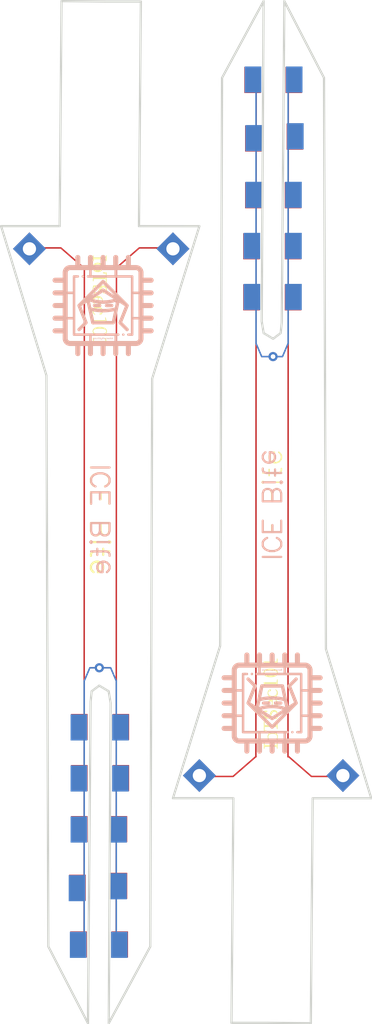
<source format=kicad_pcb>
(kicad_pcb (version 4) (generator "gerbview") (generator_version "8.0")
  (layers (0 F.Cu signal) (31 B.Cu signal) (34 B.Paste user) (35 F.Paste user) (36 B.SilkS user) (37 F.SilkS user) (38 B.Mask user) (39 F.Mask user) (44 Edge.Cuts user))
  (gr_line (start -117.475 96.71867) (end -121.539 96.71613) (layer Edge.Cuts) (width 0.15))
  (gr_line (start -121.539 96.71613) (end -118.364 86.47737) (layer Edge.Cuts) (width 0.15))
  (gr_line (start -118.364 86.47737) (end -118.237 48.33279) (layer Edge.Cuts) (width 0.15))
  (gr_line (start -112.268 111.83279) (end -115.189 111.80376) (layer Edge.Cuts) (width 0.15))
  (gr_line (start -115.189 111.80376) (end -117.602 111.80376) (layer Edge.Cuts) (width 0.15))
  (gr_line (start -117.602 111.80376) (end -117.475 96.71979) (layer Edge.Cuts) (width 0.15))
  (gr_line (start -111.379 48.33279) (end -111.252 86.68679) (layer Edge.Cuts) (width 0.15))
  (gr_line (start -111.252 86.68679) (end -108.204 96.71979) (layer Edge.Cuts) (width 0.15))
  (gr_line (start -108.204 96.71979) (end -112.141 96.71979) (layer Edge.Cuts) (width 0.15))
  (gr_line (start -114.22105 64.71795) (end -114.04605 43.18017) (layer Edge.Cuts) (width 0.15))
  (gr_line (start -114.04605 43.18017) (end -111.379 48.33279) (layer Edge.Cuts) (width 0.15))
  (gr_line (start -118.237 48.33279) (end -115.44305 43.18017) (layer Edge.Cuts) (width 0.15))
  (gr_line (start -115.44305 43.18017) (end -115.57005 64.68744) (layer Edge.Cuts) (width 0.15))
  (gr_line (start -115.57005 64.68744) (end -115.43797 65.47741) (layer Edge.Cuts) (width 0.15))
  (gr_line (start -115.43797 65.47741) (end -114.80297 65.85841) (layer Edge.Cuts) (width 0.15))
  (gr_line (start -114.80297 65.85841) (end -114.29497 65.47741) (layer Edge.Cuts) (width 0.15))
  (gr_line (start -114.29497 65.47741) (end -114.22123 64.77129) (layer Edge.Cuts) (width 0.15))
  (gr_line (start -112.141 96.71979) (end -112.268 111.83279) (layer Edge.Cuts) (width 0.15))
  (gr_line (start -123.825 58.29409) (end -119.761 58.29663) (layer Edge.Cuts) (width 0.15))
  (gr_line (start -119.761 58.29663) (end -122.936 68.53537) (layer Edge.Cuts) (width 0.15))
  (gr_line (start -122.936 68.53537) (end -123.063 106.67997) (layer Edge.Cuts) (width 0.15))
  (gr_line (start -129.032 43.17997) (end -126.111 43.20898) (layer Edge.Cuts) (width 0.15))
  (gr_line (start -126.111 43.20898) (end -123.698 43.20898) (layer Edge.Cuts) (width 0.15))
  (gr_line (start -123.698 43.20898) (end -123.825 58.29297) (layer Edge.Cuts) (width 0.15))
  (gr_line (start -129.921 106.67997) (end -130.048 68.32597) (layer Edge.Cuts) (width 0.15))
  (gr_line (start -130.048 68.32597) (end -133.096 58.29297) (layer Edge.Cuts) (width 0.15))
  (gr_line (start -133.096 58.29297) (end -129.159 58.29297) (layer Edge.Cuts) (width 0.15))
  (gr_line (start -127.07894 90.29479) (end -127.25394 111.83259) (layer Edge.Cuts) (width 0.15))
  (gr_line (start -127.25394 111.83259) (end -129.921 106.67997) (layer Edge.Cuts) (width 0.15))
  (gr_line (start -123.063 106.67997) (end -125.85694 111.83259) (layer Edge.Cuts) (width 0.15))
  (gr_line (start -125.85694 111.83259) (end -125.72994 90.32529) (layer Edge.Cuts) (width 0.15))
  (gr_line (start -125.72994 90.32529) (end -125.86202 89.53533) (layer Edge.Cuts) (width 0.15))
  (gr_line (start -125.86202 89.53533) (end -126.49702 89.15433) (layer Edge.Cuts) (width 0.15))
  (gr_line (start -126.49702 89.15433) (end -127.00502 89.53533) (layer Edge.Cuts) (width 0.15))
  (gr_line (start -127.00502 89.53533) (end -127.07876 90.24147) (layer Edge.Cuts) (width 0.15))
  (gr_line (start -129.159 58.29297) (end -129.032 43.17997) (layer Edge.Cuts) (width 0.15))
  (gr_poly (pts (xy -126.92634 60.25997) (xy -126.92634 60.65113) (xy -126.87808 60.65113) (xy -126.86284 60.52159) (xy -126.58852 60.51905) (xy -126.05766 60.52159) (xy -126.04496 60.65113) (xy -125.9967 60.65113) (xy -125.9967 60.25997) (xy -126.04496 60.25997) (xy -126.05766 60.38951) (xy -126.24206 60.39205) (xy -126.86538 60.38951) (xy -126.87808 60.25997)) (layer F.SilkS) (width 0))
  (gr_poly (pts (xy -126.59868 60.74511) (xy -126.67894 60.75222) (xy -126.74904 60.77204) (xy -126.80848 60.80302) (xy -126.85725 60.84316) (xy -126.89484 60.89142) (xy -126.92227 60.94577) (xy -126.93853 61.00419) (xy -126.94412 61.06515) (xy -126.89078 61.06515) (xy -126.8862 61.02197) (xy -126.87249 60.98387) (xy -126.84912 60.95034) (xy -126.81712 60.92291) (xy -126.77597 60.90107) (xy -126.72568 60.88532) (xy -126.66675 60.87567) (xy -126.59868 60.87211) (xy -126.5306 60.87567) (xy -126.47066 60.88532) (xy -126.41986 60.90107) (xy -126.3777 60.92291) (xy -126.34468 60.95034) (xy -126.3208 60.98387) (xy -126.30658 61.02197) (xy -126.3015 61.06515) (xy -126.30658 61.10782) (xy -126.3208 61.14542) (xy -126.34468 61.17793) (xy -126.3777 61.20536) (xy -126.41986 61.2272) (xy -126.47066 61.24295) (xy -126.5306 61.2526) (xy -126.59868 61.25565) (xy -126.66675 61.2526) (xy -126.72568 61.24295) (xy -126.77597 61.2272) (xy -126.81712 61.20536) (xy -126.84912 61.17793) (xy -126.87249 61.14542) (xy -126.8862 61.10782) (xy -126.89078 61.06515) (xy -126.94412 61.06515) (xy -126.93853 61.1256) (xy -126.92278 61.18402) (xy -126.89586 61.23787) (xy -126.85826 61.28613) (xy -126.8095 61.32677) (xy -126.75006 61.35827) (xy -126.67996 61.37808) (xy -126.59868 61.38519) (xy -126.5174 61.37808) (xy -126.44628 61.35776) (xy -126.38633 61.32626) (xy -126.33655 61.28512) (xy -126.29794 61.23686) (xy -126.27051 61.18301) (xy -126.25374 61.1251) (xy -126.24816 61.06515) (xy -126.25374 61.0047) (xy -126.27102 60.94679) (xy -126.29896 60.89243) (xy -126.33756 60.84417) (xy -126.38735 60.80353) (xy -126.44729 60.77254) (xy -126.5179 60.75222)) (layer F.SilkS) (width 0))
  (gr_poly (pts (xy -126.24308 61.39281) (xy -126.24308 61.46139) (xy -126.05766 61.49949) (xy -126.05766 61.71793) (xy -126.24206 61.72047) (xy -126.86284 61.71793) (xy -126.87808 61.57569) (xy -126.92634 61.57569) (xy -126.92634 61.99479) (xy -126.87808 61.99479) (xy -126.86284 61.85001) (xy -126.58852 61.84747) (xy -126.05766 61.85001) (xy -126.05766 62.06845) (xy -126.24308 62.10909) (xy -126.24308 62.17513) (xy -125.9967 62.16751) (xy -125.9967 61.40297)) (layer F.SilkS) (width 0))
  (gr_poly (pts (xy -126.873 62.26403) (xy -126.90144 62.31839) (xy -126.92481 62.38341) (xy -126.94107 62.45606) (xy -126.94666 62.53327) (xy -126.94208 62.60287) (xy -126.92837 62.66586) (xy -126.90652 62.72174) (xy -126.87655 62.76949) (xy -126.83845 62.8081) (xy -126.79324 62.83706) (xy -126.74142 62.85484) (xy -126.6825 62.86093) (xy -126.63627 62.85788) (xy -126.5941 62.84722) (xy -126.556 62.82944) (xy -126.52044 62.80353) (xy -126.48793 62.76898) (xy -126.45745 62.72479) (xy -126.4285 62.67094) (xy -126.40056 62.60693) (xy -126.38024 62.55105) (xy -126.34722 62.4845) (xy -126.30708 62.43523) (xy -126.25781 62.40424) (xy -126.19736 62.39357) (xy -126.12674 62.4083) (xy -126.07594 62.44945) (xy -126.04496 62.51143) (xy -126.0348 62.58915) (xy -126.03632 62.62014) (xy -126.04089 62.64808) (xy -126.05004 62.6745) (xy -126.06274 62.70091) (xy -126.23038 62.73647) (xy -126.23038 62.81013) (xy -126.0475 62.81775) (xy -126.01752 62.76949) (xy -125.99466 62.71615) (xy -125.97942 62.65621) (xy -125.97384 62.58915) (xy -125.97841 62.52565) (xy -125.99111 62.46672) (xy -126.01194 62.4144) (xy -126.0414 62.36868) (xy -126.07798 62.33109) (xy -126.12166 62.30315) (xy -126.17246 62.28537) (xy -126.23038 62.27927) (xy -126.28016 62.28384) (xy -126.32436 62.29654) (xy -126.36398 62.31737) (xy -126.39903 62.34582) (xy -126.43104 62.38087) (xy -126.45898 62.42202) (xy -126.48438 62.46876) (xy -126.56616 62.65113) (xy -126.60528 62.70599) (xy -126.65252 62.73698) (xy -126.71298 62.74663) (xy -126.78714 62.73088) (xy -126.84099 62.68669) (xy -126.87452 62.61709) (xy -126.8857 62.52565) (xy -126.88366 62.48349) (xy -126.87757 62.4464) (xy -126.86741 62.41237) (xy -126.85268 62.37833) (xy -126.67742 62.34277) (xy -126.67742 62.27165)) (layer F.SilkS) (width 0))
  (gr_poly (pts (xy -126.60122 62.98031) (xy -126.67843 62.98641) (xy -126.74701 63.00317) (xy -126.80594 63.0306) (xy -126.85471 63.06718) (xy -126.89332 63.1129) (xy -126.92126 63.16675) (xy -126.93853 63.22771) (xy -126.94412 63.29527) (xy -126.93294 63.38062) (xy -126.90144 63.45275) (xy -126.85217 63.51168) (xy -126.78664 63.55689) (xy -126.76632 63.52895) (xy -126.80797 63.49085) (xy -126.83998 63.44767) (xy -126.8608 63.39586) (xy -126.86792 63.33337) (xy -126.86334 63.28511) (xy -126.85014 63.24092) (xy -126.82829 63.2018) (xy -126.79781 63.16827) (xy -126.7592 63.14084) (xy -126.71145 63.12052) (xy -126.65557 63.10731) (xy -126.59106 63.10223) (xy -126.59106 63.37147) (xy -126.54026 63.37147) (xy -126.53772 63.10477) (xy -126.43104 63.12763) (xy -126.35788 63.17234) (xy -126.31521 63.22974) (xy -126.3015 63.29273) (xy -126.3147 63.35572) (xy -126.35026 63.40449) (xy -126.40208 63.4365) (xy -126.46406 63.44767) (xy -126.49504 63.44462) (xy -126.51943 63.43243) (xy -126.53467 63.40906) (xy -126.54026 63.37147) (xy -126.59106 63.37147) (xy -126.59106 63.54927) (xy -126.57582 63.55435) (xy -126.53721 63.55892) (xy -126.51486 63.55943) (xy -126.45593 63.55435) (xy -126.4036 63.54013) (xy -126.35788 63.51727) (xy -126.31978 63.48628) (xy -126.2888 63.44818) (xy -126.26644 63.40398) (xy -126.25273 63.35471) (xy -126.24816 63.30035) (xy -126.25476 63.23736) (xy -126.27356 63.17742) (xy -126.30353 63.12306) (xy -126.34468 63.07582) (xy -126.39598 63.03619) (xy -126.45593 63.00622) (xy -126.52502 62.98692)) (layer F.SilkS) (width 0))
  (gr_poly (pts (xy -126.59868 63.68389) (xy -126.67488 63.68948) (xy -126.74244 63.70624) (xy -126.80188 63.73317) (xy -126.85115 63.76974) (xy -126.89128 63.81496) (xy -126.92024 63.8683) (xy -126.93802 63.92926) (xy -126.94412 63.99631) (xy -126.93294 64.08572) (xy -126.89992 64.15938) (xy -126.84658 64.21628) (xy -126.77394 64.25539) (xy -126.76124 64.22745) (xy -126.80594 64.18935) (xy -126.83947 64.14312) (xy -126.8603 64.09029) (xy -126.86792 64.03187) (xy -126.86334 63.98412) (xy -126.84912 63.94043) (xy -126.82626 63.90182) (xy -126.79476 63.8683) (xy -126.75463 63.84086) (xy -126.70586 63.82054) (xy -126.64998 63.80784) (xy -126.58598 63.80327) (xy -126.52197 63.80734) (xy -126.46558 63.81902) (xy -126.41681 63.83731) (xy -126.37617 63.8622) (xy -126.34417 63.89319) (xy -126.3208 63.92976) (xy -126.30658 63.97091) (xy -126.3015 64.01663) (xy -126.30505 64.05168) (xy -126.3142 64.09029) (xy -126.43916 64.12687) (xy -126.45948 64.14109) (xy -126.47218 64.16243) (xy -126.47676 64.19189) (xy -126.47371 64.21424) (xy -126.46456 64.23202) (xy -126.44882 64.24472) (xy -126.42596 64.25285) (xy -126.35534 64.22339) (xy -126.29896 64.16903) (xy -126.26187 64.09588) (xy -126.24816 64.00901) (xy -126.25425 63.94653) (xy -126.27203 63.88658) (xy -126.3015 63.83121) (xy -126.34163 63.78295) (xy -126.39192 63.7418) (xy -126.45186 63.71082) (xy -126.52095 63.691)) (layer F.SilkS) (width 0))
  (gr_poly (pts (xy -126.92634 64.40779) (xy -126.92634 64.92087) (xy -126.88316 64.92087) (xy -126.85522 64.72529) (xy -126.63424 64.72275) (xy -126.19736 64.72275) (xy -125.9967 64.72783) (xy -125.98146 64.71005) (xy -126.05766 64.42303) (xy -126.10592 64.42303) (xy -126.08814 64.60845) (xy -126.79984 64.60744) (xy -126.85522 64.60591) (xy -126.88316 64.40779)) (layer F.SilkS) (width 0))
  (gr_poly (pts (xy -126.4539 65.05803) (xy -126.53924 65.06108) (xy -126.61544 65.06972) (xy -126.6825 65.08292) (xy -126.74142 65.10121) (xy -126.79172 65.12356) (xy -126.83439 65.14947) (xy -126.86944 65.17843) (xy -126.89738 65.20992) (xy -126.91821 65.24345) (xy -126.93294 65.27901) (xy -126.94158 65.31559) (xy -126.94412 65.35267) (xy -126.89078 65.35267) (xy -126.8862 65.32016) (xy -126.87147 65.28866) (xy -126.84455 65.25971) (xy -126.80289 65.23431) (xy -126.74498 65.21297) (xy -126.66878 65.19672) (xy -126.57277 65.18605) (xy -126.4539 65.18249) (xy -126.3401 65.18605) (xy -126.24765 65.19672) (xy -126.1745 65.21297) (xy -126.11811 65.23431) (xy -126.07798 65.25971) (xy -126.05156 65.28866) (xy -126.03683 65.32016) (xy -126.03226 65.35267) (xy -126.03683 65.38417) (xy -126.05156 65.41414) (xy -126.07798 65.44208) (xy -126.11811 65.46697) (xy -126.1745 65.4878) (xy -126.24765 65.50406) (xy -126.3401 65.51422) (xy -126.4539 65.51777) (xy -126.57175 65.51422) (xy -126.66776 65.50406) (xy -126.74396 65.4878) (xy -126.80188 65.46697) (xy -126.84353 65.44208) (xy -126.87096 65.41414) (xy -126.8862 65.38417) (xy -126.89078 65.35267) (xy -126.94412 65.35267) (xy -126.94158 65.38874) (xy -126.93294 65.4243) (xy -126.91821 65.45884) (xy -126.89738 65.49237) (xy -126.86944 65.52336) (xy -126.83439 65.55181) (xy -126.79172 65.57721) (xy -126.74142 65.59956) (xy -126.6825 65.61734) (xy -126.61544 65.63106) (xy -126.53924 65.63918) (xy -126.4539 65.64223) (xy -126.3716 65.63918) (xy -126.29794 65.63106) (xy -126.23241 65.61734) (xy -126.17551 65.59956) (xy -126.12624 65.57721) (xy -126.08458 65.55181) (xy -126.05004 65.52336) (xy -126.0226 65.49237) (xy -126.00228 65.45884) (xy -125.98755 65.4243) (xy -125.97892 65.38874) (xy -125.97638 65.35267) (xy -125.97892 65.31559) (xy -125.98755 65.27901) (xy -126.00228 65.24345) (xy -126.0226 65.20992) (xy -126.05004 65.17843) (xy -126.08458 65.14947) (xy -126.12624 65.12356) (xy -126.17551 65.10121) (xy -126.23241 65.08292) (xy -126.29794 65.06972) (xy -126.3716 65.06108)) (layer F.SilkS) (width 0))
  (gr_poly (pts (xy -126.92634 65.80225) (xy -126.92634 66.31533) (xy -126.88316 66.31533) (xy -126.85522 66.11975) (xy -126.63424 66.11721) (xy -126.19736 66.11721) (xy -125.9967 66.12229) (xy -125.98146 66.10451) (xy -126.05766 65.81749) (xy -126.10592 65.81749) (xy -126.08814 66.00291) (xy -126.79984 66.0019) (xy -126.85522 66.00037) (xy -126.88316 65.80225)) (layer F.SilkS) (width 0))
  (gr_poly (pts (xy -114.54282 87.33739) (xy -114.57076 87.53297) (xy -114.6815 87.535) (xy -115.22862 87.53551) (xy -115.42928 87.53043) (xy -115.44452 87.55075) (xy -115.37086 87.83523) (xy -115.3226 87.83523) (xy -115.33784 87.64981) (xy -114.57076 87.65235) (xy -114.54282 87.85047) (xy -114.49964 87.85047) (xy -114.49964 87.33739)) (layer F.SilkS) (width 0))
  (gr_poly (pts (xy -114.97208 88.01303) (xy -115.05438 88.01557) (xy -115.12804 88.0242) (xy -115.19357 88.03741) (xy -115.25046 88.05519) (xy -115.29974 88.07704) (xy -115.3414 88.10244) (xy -115.37594 88.13088) (xy -115.40337 88.16187) (xy -115.42369 88.19489) (xy -115.43842 88.22994) (xy -115.44706 88.26601) (xy -115.4496 88.30259) (xy -115.39372 88.30259) (xy -115.38915 88.27058) (xy -115.37492 88.2401) (xy -115.34851 88.21216) (xy -115.30838 88.18727) (xy -115.253 88.16695) (xy -115.17934 88.1512) (xy -115.08638 88.14104) (xy -114.97208 88.13749) (xy -114.85422 88.14104) (xy -114.75821 88.1512) (xy -114.68201 88.16695) (xy -114.6241 88.18727) (xy -114.58244 88.21216) (xy -114.55501 88.2401) (xy -114.53977 88.27058) (xy -114.5352 88.30259) (xy -114.53977 88.3351) (xy -114.5545 88.3666) (xy -114.58143 88.39555) (xy -114.62308 88.42095) (xy -114.681 88.44229) (xy -114.7572 88.45854) (xy -114.85321 88.4687) (xy -114.97208 88.47277) (xy -115.08638 88.4687) (xy -115.17934 88.45854) (xy -115.253 88.44229) (xy -115.30838 88.42095) (xy -115.34851 88.39555) (xy -115.37492 88.3666) (xy -115.38915 88.3351) (xy -115.39372 88.30259) (xy -115.4496 88.30259) (xy -115.44706 88.33967) (xy -115.43842 88.37625) (xy -115.42369 88.4113) (xy -115.40337 88.44483) (xy -115.37594 88.47582) (xy -115.3414 88.50477) (xy -115.29974 88.53017) (xy -115.25046 88.55202) (xy -115.19357 88.5698) (xy -115.12804 88.58351) (xy -115.05438 88.59164) (xy -114.97208 88.59469) (xy -114.88724 88.59164) (xy -114.81155 88.58351) (xy -114.7445 88.5698) (xy -114.68557 88.55202) (xy -114.63528 88.53017) (xy -114.5926 88.50477) (xy -114.55755 88.47582) (xy -114.52961 88.44483) (xy -114.50828 88.4113) (xy -114.49354 88.37625) (xy -114.48491 88.33967) (xy -114.48186 88.30259) (xy -114.48491 88.26601) (xy -114.49354 88.22994) (xy -114.50828 88.19489) (xy -114.52961 88.16187) (xy -114.55755 88.13088) (xy -114.5926 88.10244) (xy -114.63528 88.07704) (xy -114.68557 88.05519) (xy -114.7445 88.03741) (xy -114.81155 88.0242) (xy -114.88724 88.01557)) (layer F.SilkS) (width 0))
  (gr_poly (pts (xy -114.54282 88.73185) (xy -114.57076 88.92743) (xy -114.6815 88.92946) (xy -115.22862 88.92997) (xy -115.42928 88.92489) (xy -115.44452 88.94521) (xy -115.37086 89.22969) (xy -115.3226 89.22969) (xy -115.33784 89.04427) (xy -114.57076 89.04681) (xy -114.54282 89.24493) (xy -114.49964 89.24493) (xy -114.49964 88.73185)) (layer F.SilkS) (width 0))
  (gr_poly (pts (xy -114.65204 89.39987) (xy -114.66474 89.42781) (xy -114.62054 89.46489) (xy -114.58803 89.51061) (xy -114.56771 89.56344) (xy -114.5606 89.62085) (xy -114.56517 89.66911) (xy -114.5794 89.71381) (xy -114.60226 89.75293) (xy -114.63375 89.78696) (xy -114.67338 89.8144) (xy -114.72113 89.83472) (xy -114.77701 89.84742) (xy -114.84 89.85199) (xy -114.90401 89.84792) (xy -114.9604 89.83624) (xy -115.00916 89.81795) (xy -115.0498 89.79255) (xy -115.08181 89.76156) (xy -115.10518 89.7255) (xy -115.1194 89.68384) (xy -115.12448 89.63863) (xy -115.12194 89.60205) (xy -115.11178 89.56243) (xy -114.98783 89.52839) (xy -114.967 89.51315) (xy -114.95379 89.49182) (xy -114.94922 89.46337) (xy -114.95227 89.44102) (xy -114.96243 89.42324) (xy -114.97818 89.41054) (xy -115.00002 89.40241) (xy -115.07063 89.43035) (xy -115.12702 89.4842) (xy -115.1641 89.55786) (xy -115.17782 89.64625) (xy -115.17172 89.70822) (xy -115.15394 89.76766) (xy -115.12499 89.82252) (xy -115.08536 89.87129) (xy -115.03507 89.91244) (xy -114.97513 89.94394) (xy -114.90604 89.96426) (xy -114.8273 89.97137) (xy -114.7511 89.96527) (xy -114.68354 89.94851) (xy -114.6241 89.92108) (xy -114.57482 89.88399) (xy -114.53469 89.83827) (xy -114.50574 89.78493) (xy -114.48796 89.72397) (xy -114.48186 89.65641) (xy -114.49354 89.567) (xy -114.52707 89.49486) (xy -114.58041 89.43848)) (layer F.SilkS) (width 0))
  (gr_poly (pts (xy -114.91112 90.09329) (xy -114.97005 90.09837) (xy -115.02237 90.1131) (xy -115.06809 90.13647) (xy -115.10619 90.16796) (xy -115.13718 90.20606) (xy -115.15953 90.25077) (xy -115.17325 90.30055) (xy -115.17728 90.35999) (xy -115.12448 90.35999) (xy -115.11127 90.29852) (xy -115.07571 90.25026) (xy -115.0239 90.21876) (xy -114.96192 90.20759) (xy -114.93093 90.21013) (xy -114.90655 90.2213) (xy -114.89131 90.24366) (xy -114.88572 90.28125) (xy -114.88826 90.55049) (xy -114.99494 90.5261) (xy -115.06809 90.48191) (xy -115.11076 90.424) (xy -115.12448 90.35999) (xy -115.17728 90.35999) (xy -115.17122 90.41739) (xy -115.15242 90.47632) (xy -115.12245 90.53017) (xy -115.0813 90.57741) (xy -115.02999 90.61653) (xy -114.97005 90.6465) (xy -114.90096 90.6658) (xy -114.82476 90.67241) (xy -114.74805 90.66631) (xy -114.67998 90.64955) (xy -114.62156 90.62212) (xy -114.57228 90.58554) (xy -114.53368 90.54033) (xy -114.50523 90.48699) (xy -114.48796 90.42654) (xy -114.48186 90.35999) (xy -114.49304 90.27312) (xy -114.52453 90.19997) (xy -114.57381 90.14104) (xy -114.63934 90.09583) (xy -114.65966 90.12377) (xy -114.61851 90.16288) (xy -114.58702 90.20606) (xy -114.56771 90.25737) (xy -114.5606 90.31935) (xy -114.56466 90.36862) (xy -114.57787 90.41282) (xy -114.59921 90.45194) (xy -114.62918 90.48546) (xy -114.66779 90.51239) (xy -114.71503 90.5322) (xy -114.7704 90.54541) (xy -114.83492 90.55049) (xy -114.83492 90.10345) (xy -114.86845 90.09634)) (layer F.SilkS) (width 0))
  (gr_poly (pts (xy -114.74348 90.79179) (xy -114.78971 90.79484) (xy -114.83187 90.805) (xy -114.86997 90.82328) (xy -114.90553 90.84919) (xy -114.93804 90.88374) (xy -114.96852 90.92793) (xy -114.99748 90.98127) (xy -115.04828 91.10167) (xy -115.08028 91.16872) (xy -115.1194 91.21851) (xy -115.16817 91.24848) (xy -115.22862 91.25915) (xy -115.29923 91.24442) (xy -115.35003 91.20428) (xy -115.38102 91.14332) (xy -115.39118 91.06611) (xy -115.38966 91.03461) (xy -115.38508 91.00616) (xy -115.37594 90.97822) (xy -115.36324 90.95181) (xy -115.1956 90.91625) (xy -115.1956 90.84513) (xy -115.37848 90.83497) (xy -115.40947 90.88323) (xy -115.43233 90.93657) (xy -115.44706 90.99651) (xy -115.45214 91.06357) (xy -115.44757 91.12707) (xy -115.43487 91.186) (xy -115.41404 91.23832) (xy -115.38458 91.28404) (xy -115.348 91.32163) (xy -115.30431 91.34957) (xy -115.25351 91.36735) (xy -115.1956 91.37345) (xy -115.14683 91.36888) (xy -115.10264 91.35618) (xy -115.06301 91.33586) (xy -115.02745 91.30842) (xy -114.99596 91.27388) (xy -114.96751 91.23273) (xy -114.9416 91.1865) (xy -114.91874 91.13469) (xy -114.89842 91.08135) (xy -114.86083 91.00108) (xy -114.8207 90.94673) (xy -114.77345 90.91574) (xy -114.713 90.90609) (xy -114.63883 90.92184) (xy -114.58498 90.96705) (xy -114.55146 91.03766) (xy -114.54028 91.12961) (xy -114.54231 91.17076) (xy -114.54841 91.20733) (xy -114.55958 91.24137) (xy -114.57584 91.27439) (xy -114.74856 91.30995) (xy -114.74856 91.38107) (xy -114.55298 91.39123) (xy -114.52453 91.33687) (xy -114.50116 91.27134) (xy -114.48491 91.19768) (xy -114.47932 91.11945) (xy -114.48389 91.04985) (xy -114.49761 90.98686) (xy -114.51945 90.93098) (xy -114.54942 90.88323) (xy -114.58752 90.84462) (xy -114.63274 90.81566) (xy -114.68455 90.79788)) (layer F.SilkS) (width 0))
  (gr_poly (pts (xy -115.1829 91.47759) (xy -115.42928 91.48775) (xy -115.42928 92.24975) (xy -115.1829 92.26245) (xy -115.1829 92.19133) (xy -115.37086 92.15323) (xy -115.37086 91.93479) (xy -115.18544 91.93225) (xy -114.56314 91.93479) (xy -114.5479 92.07957) (xy -114.49964 92.07957) (xy -114.49964 91.66047) (xy -114.5479 91.66047) (xy -114.56314 91.80271) (xy -115.09248 91.80525) (xy -115.37086 91.80271) (xy -115.37086 91.58427) (xy -115.1829 91.54617)) (layer F.SilkS) (width 0))
  (gr_poly (pts (xy -114.8273 92.27007) (xy -114.90858 92.27718) (xy -114.9797 92.29699) (xy -115.03964 92.32849) (xy -115.08943 92.36913) (xy -115.12804 92.41739) (xy -115.15547 92.47124) (xy -115.17223 92.52966) (xy -115.17782 92.59011) (xy -115.12448 92.59011) (xy -115.1194 92.54642) (xy -115.10518 92.50832) (xy -115.0813 92.4753) (xy -115.04828 92.44787) (xy -115.00612 92.42602) (xy -114.95532 92.40977) (xy -114.89537 92.40012) (xy -114.8273 92.39707) (xy -114.75923 92.40012) (xy -114.7003 92.40977) (xy -114.65001 92.42602) (xy -114.60886 92.44787) (xy -114.57686 92.4753) (xy -114.55349 92.50832) (xy -114.53977 92.54642) (xy -114.5352 92.59011) (xy -114.53977 92.63329) (xy -114.55349 92.67088) (xy -114.57686 92.7039) (xy -114.60886 92.73082) (xy -114.65001 92.75216) (xy -114.7003 92.76791) (xy -114.75923 92.77705) (xy -114.8273 92.78061) (xy -114.89537 92.77705) (xy -114.95532 92.76791) (xy -115.00612 92.75216) (xy -115.04828 92.73082) (xy -115.0813 92.7039) (xy -115.10518 92.67088) (xy -115.1194 92.63329) (xy -115.12448 92.59011) (xy -115.17782 92.59011) (xy -115.17223 92.65005) (xy -115.15547 92.70796) (xy -115.12804 92.76181) (xy -115.08943 92.80956) (xy -115.03964 92.8497) (xy -114.9797 92.88068) (xy -114.90858 92.9005) (xy -114.8273 92.90761) (xy -114.74704 92.9005) (xy -114.67693 92.88068) (xy -114.6175 92.8497) (xy -114.56873 92.80956) (xy -114.53114 92.76181) (xy -114.5037 92.70796) (xy -114.48745 92.65005) (xy -114.48186 92.59011) (xy -114.48745 92.52966) (xy -114.5037 92.47124) (xy -114.53114 92.41739) (xy -114.56873 92.36913) (xy -114.6175 92.32849) (xy -114.67693 92.29699) (xy -114.74704 92.27718)) (layer F.SilkS) (width 0))
  (gr_poly (pts (xy -115.42928 93.00413) (xy -115.42928 93.39529) (xy -115.38102 93.39529) (xy -115.36832 93.26321) (xy -114.5606 93.26321) (xy -114.5479 93.39529) (xy -114.49964 93.39529) (xy -114.49964 93.00413) (xy -114.5479 93.00413) (xy -114.56314 93.13113) (xy -114.74704 93.13519) (xy -115.09197 93.1357) (xy -115.36832 93.13113) (xy -115.38102 93.00413)) (layer F.SilkS) (width 0))
  (gr_line (start -125.81585 74.50327) (end -127.05537 74.50327) (layer F.SilkS) (width 0.15))
  (gr_line (start -126.11049 75.77835) (end -125.99111 75.71993) (layer F.SilkS) (width 0.15))
  (gr_line (start -125.99111 75.71993) (end -125.87427 75.60309) (layer F.SilkS) (width 0.15))
  (gr_line (start -125.87427 75.60309) (end -125.81585 75.48371) (layer F.SilkS) (width 0.15))
  (gr_line (start -125.81585 75.48371) (end -125.81585 75.2475) (layer F.SilkS) (width 0.15))
  (gr_line (start -125.81585 75.2475) (end -125.87427 75.13065) (layer F.SilkS) (width 0.15))
  (gr_line (start -125.87427 75.13065) (end -125.99111 75.01127) (layer F.SilkS) (width 0.15))
  (gr_line (start -125.99111 75.01127) (end -126.11049 74.95285) (layer F.SilkS) (width 0.15))
  (gr_line (start -126.11049 74.95285) (end -126.28829 74.89443) (layer F.SilkS) (width 0.15))
  (gr_line (start -126.28829 74.89443) (end -126.58293 74.89443) (layer F.SilkS) (width 0.15))
  (gr_line (start -126.58293 74.89443) (end -126.76073 74.95285) (layer F.SilkS) (width 0.15))
  (gr_line (start -126.76073 74.95285) (end -126.87757 75.01127) (layer F.SilkS) (width 0.15))
  (gr_line (start -126.87757 75.01127) (end -126.99695 75.13065) (layer F.SilkS) (width 0.15))
  (gr_line (start -126.99695 75.13065) (end -127.05537 75.2475) (layer F.SilkS) (width 0.15))
  (gr_line (start -127.05537 75.2475) (end -127.05537 75.48371) (layer F.SilkS) (width 0.15))
  (gr_line (start -127.05537 75.48371) (end -126.99695 75.60309) (layer F.SilkS) (width 0.15))
  (gr_line (start -126.99695 75.60309) (end -126.87757 75.71993) (layer F.SilkS) (width 0.15))
  (gr_line (start -126.87757 75.71993) (end -126.76073 75.77835) (layer F.SilkS) (width 0.15))
  (gr_line (start -125.81585 76.16951) (end -127.05537 76.16951) (layer F.SilkS) (width 0.15))
  (gr_line (start -125.81585 76.16951) (end -125.81585 76.93659) (layer F.SilkS) (width 0.15))
  (gr_line (start -126.40513 76.16951) (end -126.40513 76.64195) (layer F.SilkS) (width 0.15))
  (gr_line (start -127.05537 76.16951) (end -127.05537 76.93659) (layer F.SilkS) (width 0.15))
  (gr_line (start -125.81585 78.23708) (end -127.05537 78.23708) (layer F.SilkS) (width 0.15))
  (gr_line (start -125.81585 78.23708) (end -125.81585 78.77047) (layer F.SilkS) (width 0.15))
  (gr_line (start -125.81585 78.77047) (end -125.87427 78.94573) (layer F.SilkS) (width 0.15))
  (gr_line (start -125.87427 78.94573) (end -125.93269 79.00669) (layer F.SilkS) (width 0.15))
  (gr_line (start -125.93269 79.00669) (end -126.05207 79.06511) (layer F.SilkS) (width 0.15))
  (gr_line (start -126.05207 79.06511) (end -126.16891 79.06511) (layer F.SilkS) (width 0.15))
  (gr_line (start -126.16891 79.06511) (end -126.28829 79.00669) (layer F.SilkS) (width 0.15))
  (gr_line (start -126.28829 79.00669) (end -126.34671 78.94573) (layer F.SilkS) (width 0.15))
  (gr_line (start -126.34671 78.94573) (end -126.40513 78.77047) (layer F.SilkS) (width 0.15))
  (gr_line (start -126.40513 78.23708) (end -126.40513 78.77047) (layer F.SilkS) (width 0.15))
  (gr_line (start -126.40513 78.77047) (end -126.46609 78.94573) (layer F.SilkS) (width 0.15))
  (gr_line (start -126.46609 78.94573) (end -126.52451 79.00669) (layer F.SilkS) (width 0.15))
  (gr_line (start -126.52451 79.00669) (end -126.64135 79.06511) (layer F.SilkS) (width 0.15))
  (gr_line (start -126.64135 79.06511) (end -126.81915 79.06511) (layer F.SilkS) (width 0.15))
  (gr_line (start -126.81915 79.06511) (end -126.93853 79.00669) (layer F.SilkS) (width 0.15))
  (gr_line (start -126.93853 79.00669) (end -126.99695 78.94573) (layer F.SilkS) (width 0.15))
  (gr_line (start -126.99695 78.94573) (end -127.05537 78.77047) (layer F.SilkS) (width 0.15))
  (gr_line (start -127.05537 78.77047) (end -127.05537 78.23708) (layer F.SilkS) (width 0.15))
  (gr_line (start -125.81585 79.45627) (end -125.87427 79.51469) (layer F.SilkS) (width 0.15))
  (gr_line (start -125.87427 79.51469) (end -125.81585 79.57311) (layer F.SilkS) (width 0.15))
  (gr_line (start -125.81585 79.57311) (end -125.75489 79.51469) (layer F.SilkS) (width 0.15))
  (gr_line (start -125.75489 79.51469) (end -125.81585 79.45627) (layer F.SilkS) (width 0.15))
  (gr_line (start -126.22987 79.51469) (end -127.05537 79.51469) (layer F.SilkS) (width 0.15))
  (gr_line (start -125.81585 80.13953) (end -126.81915 80.13953) (layer F.SilkS) (width 0.15))
  (gr_line (start -126.81915 80.13953) (end -126.99695 80.2005) (layer F.SilkS) (width 0.15))
  (gr_line (start -126.99695 80.2005) (end -127.05537 80.31734) (layer F.SilkS) (width 0.15))
  (gr_line (start -127.05537 80.31734) (end -127.05537 80.43671) (layer F.SilkS) (width 0.15))
  (gr_line (start -126.22987 79.96427) (end -126.22987 80.37576) (layer F.SilkS) (width 0.15))
  (gr_line (start -126.58293 80.82534) (end -126.58293 81.534) (layer F.SilkS) (width 0.15))
  (gr_line (start -126.58293 81.534) (end -126.46609 81.534) (layer F.SilkS) (width 0.15))
  (gr_line (start -126.46609 81.534) (end -126.34671 81.47558) (layer F.SilkS) (width 0.15))
  (gr_line (start -126.34671 81.47558) (end -126.28829 81.41715) (layer F.SilkS) (width 0.15))
  (gr_line (start -126.28829 81.41715) (end -126.22987 81.29777) (layer F.SilkS) (width 0.15))
  (gr_line (start -126.22987 81.29777) (end -126.22987 81.12251) (layer F.SilkS) (width 0.15))
  (gr_line (start -126.22987 81.12251) (end -126.28829 81.00313) (layer F.SilkS) (width 0.15))
  (gr_line (start -126.28829 81.00313) (end -126.40513 80.88629) (layer F.SilkS) (width 0.15))
  (gr_line (start -126.40513 80.88629) (end -126.58293 80.82534) (layer F.SilkS) (width 0.15))
  (gr_line (start -126.58293 80.82534) (end -126.70231 80.82534) (layer F.SilkS) (width 0.15))
  (gr_line (start -126.70231 80.82534) (end -126.87757 80.88629) (layer F.SilkS) (width 0.15))
  (gr_line (start -126.87757 80.88629) (end -126.99695 81.00313) (layer F.SilkS) (width 0.15))
  (gr_line (start -126.99695 81.00313) (end -127.05537 81.12251) (layer F.SilkS) (width 0.15))
  (gr_line (start -127.05537 81.12251) (end -127.05537 81.29777) (layer F.SilkS) (width 0.15))
  (gr_line (start -127.05537 81.29777) (end -126.99695 81.41715) (layer F.SilkS) (width 0.15))
  (gr_line (start -126.99695 81.41715) (end -126.87757 81.534) (layer F.SilkS) (width 0.15))
  (gr_line (start -115.48414 80.50946) (end -114.24462 80.50946) (layer F.SilkS) (width 0.1))
  (gr_line (start -115.1895 79.23438) (end -115.30888 79.2928) (layer F.SilkS) (width 0.1))
  (gr_line (start -115.30888 79.2928) (end -115.42572 79.40964) (layer F.SilkS) (width 0.1))
  (gr_line (start -115.42572 79.40964) (end -115.48414 79.52902) (layer F.SilkS) (width 0.1))
  (gr_line (start -115.48414 79.52902) (end -115.48414 79.76524) (layer F.SilkS) (width 0.1))
  (gr_line (start -115.48414 79.76524) (end -115.42572 79.88208) (layer F.SilkS) (width 0.1))
  (gr_line (start -115.42572 79.88208) (end -115.30888 80.00146) (layer F.SilkS) (width 0.1))
  (gr_line (start -115.30888 80.00146) (end -115.1895 80.05988) (layer F.SilkS) (width 0.1))
  (gr_line (start -115.1895 80.05988) (end -115.0117 80.1183) (layer F.SilkS) (width 0.1))
  (gr_line (start -115.0117 80.1183) (end -114.71706 80.1183) (layer F.SilkS) (width 0.1))
  (gr_line (start -114.71706 80.1183) (end -114.53926 80.05988) (layer F.SilkS) (width 0.1))
  (gr_line (start -114.53926 80.05988) (end -114.42242 80.00146) (layer F.SilkS) (width 0.1))
  (gr_line (start -114.42242 80.00146) (end -114.30304 79.88208) (layer F.SilkS) (width 0.1))
  (gr_line (start -114.30304 79.88208) (end -114.24462 79.76524) (layer F.SilkS) (width 0.1))
  (gr_line (start -114.24462 79.76524) (end -114.24462 79.52902) (layer F.SilkS) (width 0.1))
  (gr_line (start -114.24462 79.52902) (end -114.30304 79.40964) (layer F.SilkS) (width 0.1))
  (gr_line (start -114.30304 79.40964) (end -114.42242 79.2928) (layer F.SilkS) (width 0.1))
  (gr_line (start -114.42242 79.2928) (end -114.53926 79.23438) (layer F.SilkS) (width 0.1))
  (gr_line (start -115.48414 78.84322) (end -114.24462 78.84322) (layer F.SilkS) (width 0.1))
  (gr_line (start -115.48414 78.84322) (end -115.48414 78.07614) (layer F.SilkS) (width 0.1))
  (gr_line (start -114.89486 78.84322) (end -114.89486 78.37078) (layer F.SilkS) (width 0.1))
  (gr_line (start -114.24462 78.84322) (end -114.24462 78.07614) (layer F.SilkS) (width 0.1))
  (gr_line (start -115.48414 76.77566) (end -114.24462 76.77566) (layer F.SilkS) (width 0.1))
  (gr_line (start -115.48414 76.77566) (end -115.48414 76.24226) (layer F.SilkS) (width 0.1))
  (gr_line (start -115.48414 76.24226) (end -115.42572 76.067) (layer F.SilkS) (width 0.1))
  (gr_line (start -115.42572 76.067) (end -115.3673 76.00604) (layer F.SilkS) (width 0.1))
  (gr_line (start -115.3673 76.00604) (end -115.24792 75.94762) (layer F.SilkS) (width 0.1))
  (gr_line (start -115.24792 75.94762) (end -115.13108 75.94762) (layer F.SilkS) (width 0.1))
  (gr_line (start -115.13108 75.94762) (end -115.0117 76.00604) (layer F.SilkS) (width 0.1))
  (gr_line (start -115.0117 76.00604) (end -114.95328 76.067) (layer F.SilkS) (width 0.1))
  (gr_line (start -114.95328 76.067) (end -114.89486 76.24226) (layer F.SilkS) (width 0.1))
  (gr_line (start -114.89486 76.77566) (end -114.89486 76.24226) (layer F.SilkS) (width 0.1))
  (gr_line (start -114.89486 76.24226) (end -114.8339 76.067) (layer F.SilkS) (width 0.1))
  (gr_line (start -114.8339 76.067) (end -114.77548 76.00604) (layer F.SilkS) (width 0.1))
  (gr_line (start -114.77548 76.00604) (end -114.65864 75.94762) (layer F.SilkS) (width 0.1))
  (gr_line (start -114.65864 75.94762) (end -114.48084 75.94762) (layer F.SilkS) (width 0.1))
  (gr_line (start -114.48084 75.94762) (end -114.36146 76.00604) (layer F.SilkS) (width 0.1))
  (gr_line (start -114.36146 76.00604) (end -114.30304 76.067) (layer F.SilkS) (width 0.1))
  (gr_line (start -114.30304 76.067) (end -114.24462 76.24226) (layer F.SilkS) (width 0.1))
  (gr_line (start -114.24462 76.24226) (end -114.24462 76.77566) (layer F.SilkS) (width 0.1))
  (gr_line (start -115.48414 75.55646) (end -115.42572 75.49804) (layer F.SilkS) (width 0.1))
  (gr_line (start -115.42572 75.49804) (end -115.48414 75.43962) (layer F.SilkS) (width 0.1))
  (gr_line (start -115.48414 75.43962) (end -115.5451 75.49804) (layer F.SilkS) (width 0.1))
  (gr_line (start -115.5451 75.49804) (end -115.48414 75.55646) (layer F.SilkS) (width 0.1))
  (gr_line (start -115.07012 75.49804) (end -114.24462 75.49804) (layer F.SilkS) (width 0.1))
  (gr_line (start -115.48414 74.8732) (end -114.48084 74.8732) (layer F.SilkS) (width 0.1))
  (gr_line (start -114.48084 74.8732) (end -114.30304 74.81224) (layer F.SilkS) (width 0.1))
  (gr_line (start -114.30304 74.81224) (end -114.24462 74.6954) (layer F.SilkS) (width 0.1))
  (gr_line (start -114.24462 74.6954) (end -114.24462 74.57602) (layer F.SilkS) (width 0.1))
  (gr_line (start -115.07012 75.04846) (end -115.07012 74.63698) (layer F.SilkS) (width 0.1))
  (gr_line (start -114.71706 74.1874) (end -114.71706 73.47874) (layer F.SilkS) (width 0.1))
  (gr_line (start -114.71706 73.47874) (end -114.8339 73.47874) (layer F.SilkS) (width 0.1))
  (gr_line (start -114.8339 73.47874) (end -114.95328 73.53716) (layer F.SilkS) (width 0.1))
  (gr_line (start -114.95328 73.53716) (end -115.0117 73.59558) (layer F.SilkS) (width 0.1))
  (gr_line (start -115.0117 73.59558) (end -115.07012 73.71496) (layer F.SilkS) (width 0.1))
  (gr_line (start -115.07012 73.71496) (end -115.07012 73.89022) (layer F.SilkS) (width 0.1))
  (gr_line (start -115.07012 73.89022) (end -115.0117 74.0096) (layer F.SilkS) (width 0.1))
  (gr_line (start -115.0117 74.0096) (end -114.89486 74.12644) (layer F.SilkS) (width 0.1))
  (gr_line (start -114.89486 74.12644) (end -114.71706 74.1874) (layer F.SilkS) (width 0.1))
  (gr_line (start -114.71706 74.1874) (end -114.59768 74.1874) (layer F.SilkS) (width 0.1))
  (gr_line (start -114.59768 74.1874) (end -114.42242 74.12644) (layer F.SilkS) (width 0.1))
  (gr_line (start -114.42242 74.12644) (end -114.30304 74.0096) (layer F.SilkS) (width 0.1))
  (gr_line (start -114.30304 74.0096) (end -114.24462 73.89022) (layer F.SilkS) (width 0.1))
  (gr_line (start -114.24462 73.89022) (end -114.24462 73.71496) (layer F.SilkS) (width 0.1))
  (gr_line (start -114.24462 73.71496) (end -114.30304 73.59558) (layer F.SilkS) (width 0.1))
  (gr_line (start -114.30304 73.59558) (end -114.42242 73.47874) (layer F.SilkS) (width 0.1))
  (gr_poly (pts (xy -124.52553 60.22695) (xy -124.56515 60.22848) (xy -124.59665 60.2366) (xy -124.63272 60.25438) (xy -124.65913 60.27623) (xy -124.68098 60.30264) (xy -124.69672 60.33312) (xy -124.7079 60.36868) (xy -124.70892 60.90767) (xy -125.21742 60.90767) (xy -125.21742 60.39459) (xy -125.22149 60.36056) (xy -125.22758 60.33871) (xy -125.24282 60.30722) (xy -125.26416 60.27928) (xy -125.29362 60.25438) (xy -125.32969 60.2366) (xy -125.36119 60.22797) (xy -125.41504 60.22797) (xy -125.44653 60.2366) (xy -125.4826 60.25438) (xy -125.51003 60.27724) (xy -125.53086 60.30315) (xy -125.54915 60.33871) (xy -125.55778 60.37072) (xy -125.5588 60.90767) (xy -126.06731 60.90767) (xy -126.06832 60.37072) (xy -126.07696 60.33922) (xy -126.09271 60.30722) (xy -126.11252 60.28131) (xy -126.14351 60.2554) (xy -126.16789 60.24219) (xy -126.21107 60.22797) (xy -126.26492 60.22797) (xy -126.29642 60.2366) (xy -126.32842 60.25235) (xy -126.35433 60.27216) (xy -126.3716 60.29147) (xy -126.38735 60.31433) (xy -126.39903 60.34074) (xy -126.40767 60.37072) (xy -126.40868 60.90767) (xy -126.91719 60.90767) (xy -126.91821 60.37072) (xy -126.92684 60.33871) (xy -126.94513 60.30315) (xy -126.96596 60.27724) (xy -126.99339 60.25438) (xy -127.02946 60.2366) (xy -127.06096 60.22797) (xy -127.1148 60.22797) (xy -127.1463 60.2366) (xy -127.18237 60.25438) (xy -127.21183 60.27928) (xy -127.23266 60.30722) (xy -127.24841 60.33871) (xy -127.25755 60.37275) (xy -127.25857 60.90767) (xy -127.76708 60.90767) (xy -127.76809 60.36868) (xy -127.77927 60.33312) (xy -127.79502 60.30264) (xy -127.81686 60.27623) (xy -127.84328 60.25438) (xy -127.87934 60.2366) (xy -127.91084 60.22797) (xy -127.96062 60.22797) (xy -127.9845 60.23305) (xy -128.01498 60.24473) (xy -128.04597 60.26505) (xy -128.07086 60.29045) (xy -128.08864 60.31738) (xy -128.0988 60.34074) (xy -128.10744 60.37275) (xy -128.10845 60.90767) (xy -128.48488 60.90767) (xy -128.53466 60.91377) (xy -128.57988 60.92393) (xy -128.63982 60.94374) (xy -128.70332 60.97524) (xy -128.75107 61.00673) (xy -128.7846 61.03366) (xy -128.83032 61.07988) (xy -128.85724 61.11341) (xy -128.88925 61.16116) (xy -128.92024 61.22466) (xy -128.93802 61.27851) (xy -128.94614 61.31102) (xy -128.9563 61.3796) (xy -128.9563 61.75603) (xy -129.46583 61.75603) (xy -129.50291 61.7601) (xy -129.53898 61.77178) (xy -129.57048 61.79058) (xy -129.59943 61.81852) (xy -129.61924 61.8495) (xy -129.63144 61.881) (xy -129.63804 61.91758) (xy -129.6355 61.95618) (xy -129.62534 61.99124) (xy -129.60959 62.02121) (xy -129.58775 62.04762) (xy -129.56133 62.06947) (xy -129.53085 62.08522) (xy -129.49529 62.09639) (xy -128.9563 62.09741) (xy -128.9563 62.60592) (xy -129.49174 62.60693) (xy -129.52374 62.61557) (xy -129.54609 62.62522) (xy -129.57505 62.64402) (xy -129.59892 62.6684) (xy -129.61476 62.69126) (xy -128.61696 62.69126) (xy -128.61696 61.40145) (xy -128.60934 61.36538) (xy -128.59766 61.33744) (xy -128.57937 61.3095) (xy -128.54787 61.28004) (xy -128.51942 61.26276) (xy -128.48691 61.25159) (xy -128.461 61.24752) (xy -124.01092 61.24803) (xy -123.98959 61.25159) (xy -123.95911 61.26175) (xy -123.92964 61.27851) (xy -123.89002 61.31814) (xy -123.87326 61.3476) (xy -123.8631 61.37757) (xy -123.85903 61.40348) (xy -123.85903 62.69126) (xy -124.19838 62.69126) (xy -124.19838 61.659) (xy -124.2065 61.6336) (xy -124.22276 61.61125) (xy -124.24511 61.595) (xy -124.27051 61.58738) (xy -125.30277 61.58738) (xy -125.30277 61.24752) (xy -125.47346 61.24752) (xy -125.47346 61.58738) (xy -127.00254 61.58738) (xy -127.00254 61.24752) (xy -127.17322 61.24752) (xy -127.17322 61.58738) (xy -127.27025 61.58738) (xy -127.29514 61.595) (xy -127.31597 61.60871) (xy -127.3302 61.62598) (xy -127.34086 61.64986) (xy -127.34086 61.69507) (xy -127.32766 61.722) (xy -127.30429 61.74435) (xy -127.28295 61.754) (xy -127.25958 61.75806) (xy -124.36957 61.75806) (xy -124.36957 62.86195) (xy -123.85903 62.86195) (xy -123.85903 64.39103) (xy -124.19838 64.39103) (xy -124.19838 62.86195) (xy -124.36957 62.86195) (xy -124.36957 65.49542) (xy -124.55499 65.49644) (xy -124.57785 65.50507) (xy -124.59665 65.51828) (xy -124.61341 65.5386) (xy -124.62256 65.56197) (xy -124.62256 65.60159) (xy -124.60833 65.63156) (xy -124.59055 65.64884) (xy -124.57633 65.65798) (xy -124.55194 65.66611) (xy -124.27051 65.66611) (xy -124.24511 65.65849) (xy -124.22276 65.64223) (xy -124.2065 65.61988) (xy -124.19838 65.59448) (xy -124.19838 64.56222) (xy -123.85903 64.56222) (xy -123.85903 65.85) (xy -123.8631 65.87591) (xy -123.87326 65.90538) (xy -123.89002 65.93535) (xy -123.92964 65.97497) (xy -123.95911 65.99174) (xy -123.98908 66.00139) (xy -124.01499 66.00596) (xy -125.30277 66.00596) (xy -125.30277 65.66662) (xy -125.1966 65.66509) (xy -125.16866 65.65188) (xy -125.14783 65.63055) (xy -125.13513 65.60362) (xy -125.13513 65.5579) (xy -125.1458 65.53504) (xy -125.16764 65.51168) (xy -125.18745 65.50101) (xy -125.21438 65.49542) (xy -128.10642 65.49542) (xy -128.10642 61.75806) (xy -127.93268 61.75806) (xy -127.90525 61.75197) (xy -127.88392 61.73927) (xy -127.86614 61.71946) (xy -127.85699 61.70117) (xy -127.85191 61.67983) (xy -127.85394 61.65037) (xy -127.86766 61.62141) (xy -127.88798 61.6016) (xy -127.90932 61.59144) (xy -127.92659 61.58738) (xy -128.20548 61.58738) (xy -128.23088 61.595) (xy -128.25323 61.61125) (xy -128.26949 61.6336) (xy -128.27711 61.659) (xy -128.27711 62.69126) (xy -129.61476 62.69126) (xy -129.63194 62.73393) (xy -129.63601 62.74968) (xy -129.63601 62.80353) (xy -129.62737 62.83502) (xy -129.61488 62.86195) (xy -128.27711 62.86195) (xy -128.27711 64.39103) (xy -128.61696 64.39103) (xy -128.61696 62.86195) (xy -129.61488 62.86195) (xy -129.59334 62.89192) (xy -129.57251 62.91122) (xy -129.55016 62.92596) (xy -129.52526 62.93764) (xy -129.49377 62.94628) (xy -128.9563 62.9478) (xy -128.9563 63.4558) (xy -129.49377 63.45682) (xy -129.52476 63.46596) (xy -129.54965 63.47714) (xy -129.57302 63.49288) (xy -129.59232 63.51016) (xy -129.61213 63.53606) (xy -129.62737 63.56807) (xy -129.63601 63.60007) (xy -129.63601 63.65341) (xy -129.62737 63.68542) (xy -129.61213 63.71691) (xy -129.59232 63.74333) (xy -129.57302 63.76009) (xy -129.54965 63.77584) (xy -129.52374 63.78803) (xy -129.49377 63.79616) (xy -128.9563 63.79768) (xy -128.9563 64.30568) (xy -129.49377 64.3067) (xy -129.52374 64.31534) (xy -129.56133 64.33464) (xy -129.59334 64.36156) (xy -129.61366 64.38849) (xy -129.62737 64.41795) (xy -129.63601 64.44996) (xy -129.63601 64.5033) (xy -129.62737 64.5353) (xy -129.61447 64.56222) (xy -128.27711 64.56222) (xy -128.27711 65.59448) (xy -128.26949 65.62039) (xy -128.25272 65.64223) (xy -128.23139 65.65798) (xy -128.20548 65.66611) (xy -125.47346 65.66611) (xy -125.47346 66.00596) (xy -127.00254 66.00596) (xy -127.00254 65.66611) (xy -127.17322 65.66611) (xy -127.17322 66.00596) (xy -128.461 66.00596) (xy -128.48691 66.00139) (xy -128.51942 65.99021) (xy -128.54787 65.97345) (xy -128.57937 65.94348) (xy -128.59766 65.91604) (xy -128.60934 65.8881) (xy -128.61696 65.85203) (xy -128.61696 64.56222) (xy -129.61447 64.56222) (xy -129.59892 64.58508) (xy -129.57505 64.60947) (xy -129.54609 64.62776) (xy -129.52374 64.63741) (xy -129.49174 64.64604) (xy -128.9563 64.64757) (xy -128.9563 65.15557) (xy -129.49377 65.15658) (xy -129.52526 65.16573) (xy -129.56133 65.18351) (xy -129.58775 65.20535) (xy -129.60959 65.23177) (xy -129.62534 65.26225) (xy -129.6355 65.2973) (xy -129.63804 65.3354) (xy -129.63144 65.37248) (xy -129.61924 65.40398) (xy -129.59943 65.43497) (xy -129.57352 65.45986) (xy -129.54711 65.47713) (xy -129.52323 65.4878) (xy -129.49174 65.49644) (xy -128.9563 65.49745) (xy -128.9563 65.87388) (xy -128.95021 65.92316) (xy -128.93446 65.98869) (xy -128.92024 66.02882) (xy -128.88925 66.09232) (xy -128.85724 66.14007) (xy -128.83032 66.1736) (xy -128.7846 66.21932) (xy -128.75107 66.24624) (xy -128.70332 66.27825) (xy -128.63982 66.30924) (xy -128.57226 66.33108) (xy -128.53416 66.33921) (xy -128.48488 66.3453) (xy -128.10845 66.3453) (xy -128.10744 66.88074) (xy -128.0988 66.91223) (xy -128.08864 66.93611) (xy -128.07086 66.96252) (xy -128.04597 66.98843) (xy -128.01498 67.00824) (xy -127.98348 67.02044) (xy -127.94691 67.02704) (xy -127.9083 67.0245) (xy -127.87325 67.01434) (xy -127.84328 66.99859) (xy -127.81686 66.97675) (xy -127.79502 66.95033) (xy -127.77927 66.91985) (xy -127.76809 66.88429) (xy -127.76708 66.3453) (xy -127.25857 66.3453) (xy -127.25755 66.88074) (xy -127.24892 66.91274) (xy -127.23926 66.93509) (xy -127.22047 66.96354) (xy -127.19608 66.98792) (xy -127.17119 67.0052) (xy -127.1463 67.01637) (xy -127.1148 67.02501) (xy -127.06096 67.02501) (xy -127.02946 67.01688) (xy -126.99339 66.9991) (xy -126.96596 66.97573) (xy -126.94513 66.94982) (xy -126.92684 66.91426) (xy -126.91821 66.88277) (xy -126.91719 66.3453) (xy -126.40868 66.3453) (xy -126.40767 66.88277) (xy -126.39903 66.91274) (xy -126.38735 66.93865) (xy -126.3716 66.96202) (xy -126.35433 66.98132) (xy -126.32842 67.00113) (xy -126.29642 67.01637) (xy -126.26492 67.02501) (xy -126.21107 67.02501) (xy -126.17958 67.01688) (xy -126.14351 66.99859) (xy -126.11862 66.97878) (xy -126.09474 66.94982) (xy -126.07696 66.91426) (xy -126.06832 66.88277) (xy -126.06731 66.3453) (xy -125.5588 66.3453) (xy -125.55778 66.88277) (xy -125.54864 66.91426) (xy -125.53696 66.93916) (xy -125.52222 66.96151) (xy -125.50292 66.98234) (xy -125.476 67.00266) (xy -125.44653 67.01637) (xy -125.41504 67.02501) (xy -125.36119 67.02501) (xy -125.32969 67.01637) (xy -125.29667 67.00062) (xy -125.26772 66.97776) (xy -125.25044 66.95694) (xy -125.23165 66.92544) (xy -125.22149 66.89242) (xy -125.21742 66.85889) (xy -125.21742 66.3453) (xy -124.70892 66.3453) (xy -124.7079 66.88429) (xy -124.69672 66.91985) (xy -124.68098 66.95033) (xy -124.65913 66.97675) (xy -124.63272 66.99859) (xy -124.60274 67.01434) (xy -124.56769 67.0245) (xy -124.52908 67.02704) (xy -124.49251 67.02044) (xy -124.46101 67.00824) (xy -124.43002 66.98843) (xy -124.40462 66.96252) (xy -124.38735 66.93611) (xy -124.37719 66.91223) (xy -124.36856 66.88074) (xy -124.36754 66.3453) (xy -123.99111 66.3453) (xy -123.94184 66.33921) (xy -123.8758 66.32295) (xy -123.83617 66.30924) (xy -123.77267 66.27825) (xy -123.72492 66.24624) (xy -123.69139 66.21932) (xy -123.64567 66.1736) (xy -123.61824 66.14007) (xy -123.58674 66.09232) (xy -123.55576 66.02882) (xy -123.5334 65.96125) (xy -123.52375 65.91147) (xy -123.51969 65.87286) (xy -123.51969 65.49745) (xy -122.98426 65.49644) (xy -122.95276 65.4878) (xy -122.92888 65.47713) (xy -122.90247 65.45986) (xy -122.87656 65.43497) (xy -122.85675 65.40398) (xy -122.84456 65.37248) (xy -122.83795 65.3354) (xy -122.84049 65.2973) (xy -122.85065 65.26225) (xy -122.8664 65.23177) (xy -122.88824 65.20535) (xy -122.91466 65.18351) (xy -122.95073 65.16573) (xy -122.98222 65.15658) (xy -123.51969 65.15557) (xy -123.51969 64.64757) (xy -122.98426 64.64604) (xy -122.95073 64.63741) (xy -122.91872 64.62166) (xy -122.89078 64.60032) (xy -122.8664 64.57086) (xy -122.84811 64.5353) (xy -122.83998 64.5033) (xy -122.83998 64.44792) (xy -122.85065 64.41236) (xy -122.8664 64.38138) (xy -122.88926 64.35445) (xy -122.91466 64.33362) (xy -122.95073 64.31584) (xy -122.98222 64.3067) (xy -123.51969 64.30568) (xy -123.51969 63.79768) (xy -122.98222 63.79616) (xy -122.95073 63.78752) (xy -122.91466 63.76974) (xy -122.88621 63.74587) (xy -122.8664 63.72098) (xy -122.84811 63.68542) (xy -122.83998 63.65341) (xy -122.83998 63.60007) (xy -122.84862 63.56807) (xy -122.8598 63.54318) (xy -122.87453 63.52133) (xy -122.89282 63.50101) (xy -122.91872 63.4812) (xy -122.95073 63.46596) (xy -122.98222 63.45682) (xy -123.51969 63.4558) (xy -123.51969 62.9478) (xy -122.98222 62.94628) (xy -122.95073 62.93764) (xy -122.91466 62.91935) (xy -122.88926 62.89852) (xy -122.86589 62.87109) (xy -122.84811 62.83502) (xy -122.83998 62.80353) (xy -122.83998 62.74968) (xy -122.84811 62.71818) (xy -122.8664 62.68212) (xy -122.89078 62.65265) (xy -122.91872 62.63132) (xy -122.95073 62.61608) (xy -122.98426 62.60693) (xy -123.51969 62.60592) (xy -123.51969 62.09741) (xy -122.98019 62.09639) (xy -122.94463 62.08522) (xy -122.91466 62.06947) (xy -122.88824 62.04762) (xy -122.8664 62.02121) (xy -122.85065 61.99124) (xy -122.84049 61.95618) (xy -122.83795 61.91758) (xy -122.84456 61.881) (xy -122.85675 61.8495) (xy -122.87656 61.81852) (xy -122.90552 61.79058) (xy -122.9365 61.77178) (xy -122.97308 61.7601) (xy -123.01016 61.75603) (xy -123.51969 61.75603) (xy -123.51918 61.38113) (xy -123.52375 61.34201) (xy -123.5334 61.29223) (xy -123.55779 61.21857) (xy -123.58725 61.16066) (xy -123.61824 61.11341) (xy -123.64567 61.07988) (xy -123.69139 61.03366) (xy -123.72492 61.00673) (xy -123.77267 60.97524) (xy -123.83617 60.94374) (xy -123.89561 60.92393) (xy -123.94133 60.91377) (xy -123.99111 60.90767) (xy -124.36754 60.90767) (xy -124.36856 60.37275) (xy -124.37719 60.34074) (xy -124.38735 60.31738) (xy -124.40462 60.29045) (xy -124.43002 60.26505) (xy -124.46101 60.24473) (xy -124.49149 60.23305)) (layer B.SilkS) (width 0))
  (gr_poly (pts (xy -127.6096 61.58738) (xy -127.635 61.595) (xy -127.65379 61.60719) (xy -127.66954 61.62548) (xy -127.67919 61.6463) (xy -127.68326 61.6717) (xy -127.6797 61.6971) (xy -127.66751 61.7225) (xy -127.6477 61.74181) (xy -127.6228 61.754) (xy -127.59842 61.75806) (xy -127.5715 61.754) (xy -127.55067 61.74384) (xy -127.52882 61.72352) (xy -127.51358 61.69355) (xy -127.51409 61.64986) (xy -127.52273 61.63005) (xy -127.53695 61.61125) (xy -127.55727 61.59601) (xy -127.58318 61.58738)) (layer B.SilkS) (width 0))
  (gr_poly (pts (xy -126.25476 61.90081) (xy -126.27864 61.90691) (xy -126.30454 61.91961) (xy -127.33389 62.94831) (xy -127.00762 62.94831) (xy -126.23901 62.17869) (xy -126.23698 62.17869) (xy -125.46838 62.94831) (xy -126.17958 62.49111) (xy -126.19532 62.48298) (xy -126.2192 62.47587) (xy -126.25679 62.47587) (xy -126.28067 62.48298) (xy -126.30454 62.49568) (xy -127.00762 62.94831) (xy -127.33389 62.94831) (xy -127.56619 63.18046) (xy -126.93802 63.18046) (xy -126.937 63.17742) (xy -126.23952 62.72885) (xy -126.23647 62.72885) (xy -125.53696 63.17894) (xy -125.54 63.18148) (xy -125.60757 63.2018) (xy -125.68275 63.22161) (xy -125.81178 63.24701) (xy -125.89154 63.2592) (xy -126.02667 63.27292) (xy -126.20345 63.28156) (xy -126.35026 63.27902) (xy -126.51689 63.26733) (xy -126.63119 63.25209) (xy -126.75108 63.23025) (xy -126.88214 63.19774) (xy -126.93802 63.18046) (xy -127.56619 63.18046) (xy -127.74766 63.36182) (xy -127.11277 63.36131) (xy -127.03403 63.38976) (xy -126.92837 63.42329) (xy -126.81661 63.45174) (xy -126.67996 63.47764) (xy -126.59817 63.48933) (xy -126.48234 63.50152) (xy -126.35433 63.51016) (xy -126.12166 63.51016) (xy -125.96876 63.49949) (xy -125.83871 63.48374) (xy -125.74066 63.46799) (xy -125.62535 63.44361) (xy -125.56998 63.42989) (xy -125.49632 63.40856) (xy -125.3622 63.3603) (xy -125.44552 63.75095) (xy -125.44907 63.75654) (xy -125.50648 63.77178) (xy -125.63144 63.79921) (xy -125.72085 63.81496) (xy -125.81788 63.82918) (xy -125.97892 63.84493) (xy -126.06832 63.85102) (xy -126.20701 63.8556) (xy -126.35788 63.85306) (xy -126.43967 63.84899) (xy -126.56566 63.83883) (xy -126.68758 63.82512) (xy -126.83286 63.80175) (xy -126.91211 63.78549) (xy -127.0254 63.75755) (xy -127.02946 63.7545) (xy -127.11379 63.36182) (xy -127.74766 63.36182) (xy -127.93218 63.54622) (xy -127.94996 63.57112) (xy -127.95808 63.58991) (xy -127.96367 63.60972) (xy -127.96367 63.6402) (xy -127.95707 63.66865) (xy -127.52476 64.74968) (xy -127.94284 65.16878) (xy -127.95707 65.19672) (xy -127.96367 65.21856) (xy -127.96367 65.25615) (xy -127.95758 65.27901) (xy -127.94742 65.29984) (xy -127.93116 65.31965) (xy -127.91287 65.33489) (xy -127.88595 65.3481) (xy -127.86309 65.35267) (xy -127.82143 65.35115) (xy -127.79908 65.34251) (xy -127.77571 65.32727) (xy -127.29311 64.84315) (xy -127.27889 64.81419) (xy -127.27381 64.79133) (xy -127.27584 64.74968) (xy -127.70561 63.67526) (xy -127.70561 63.67119) (xy -127.33578 63.43396) (xy -127.33426 63.43497) (xy -127.21072 64.01104) (xy -126.9746 64.01104) (xy -126.9746 64.00749) (xy -126.85674 64.03136) (xy -126.69367 64.05727) (xy -126.52908 64.07556) (xy -126.4036 64.08369) (xy -126.20345 64.08775) (xy -126.06426 64.08318) (xy -125.90322 64.0715) (xy -125.77013 64.05524) (xy -125.6792 64.04152) (xy -125.58674 64.02476) (xy -125.5014 64.00647) (xy -125.64059 64.66128) (xy -126.83591 64.66128) (xy -126.9746 64.01104) (xy -127.21072 64.01104) (xy -127.04216 64.79946) (xy -127.03606 64.8213) (xy -127.02336 64.84518) (xy -126.99542 64.87312) (xy -126.96596 64.88734) (xy -126.94412 64.89242) (xy -125.53188 64.89242) (xy -125.51003 64.88734) (xy -125.48057 64.87312) (xy -125.45263 64.84518) (xy -125.43739 64.81521) (xy -125.14122 63.43446) (xy -124.76988 63.67221) (xy -125.1971 64.74155) (xy -125.20218 64.75984) (xy -125.20218 64.79336) (xy -125.1971 64.81521) (xy -125.18085 64.84721) (xy -124.69622 65.33184) (xy -124.66777 65.34607) (xy -124.6444 65.35216) (xy -124.60935 65.35216) (xy -124.58496 65.34607) (xy -124.56109 65.33388) (xy -124.53112 65.3039) (xy -124.51842 65.27952) (xy -124.51232 65.25615) (xy -124.51181 65.21957) (xy -124.51892 65.19672) (xy -124.53315 65.16878) (xy -124.95123 64.74917) (xy -124.51892 63.66713) (xy -124.51232 63.63868) (xy -124.51232 63.60871) (xy -124.52197 63.57823) (xy -124.53874 63.55232) (xy -126.16129 61.92824) (xy -126.18415 61.913) (xy -126.2192 61.90132)) (layer B.SilkS) (width 0))
  (gr_poly (pts (xy -125.64719 63.51168) (xy -126.03226 63.5127) (xy -126.05867 63.52286) (xy -126.07798 63.53403) (xy -126.10185 63.55791) (xy -126.11658 63.58636) (xy -126.12268 63.61176) (xy -126.12268 63.64173) (xy -126.11658 63.66713) (xy -126.10185 63.69507) (xy -126.07544 63.72148) (xy -126.04242 63.73774) (xy -126.01905 63.7418) (xy -125.64922 63.7418) (xy -125.62382 63.73571) (xy -125.59741 63.72301) (xy -125.56693 63.69304) (xy -125.5527 63.66306) (xy -125.54712 63.63563) (xy -125.54712 63.61785) (xy -125.5527 63.58991) (xy -125.56693 63.56045) (xy -125.59741 63.52997) (xy -125.62382 63.51727)) (layer B.SilkS) (width 0))
  (gr_poly (pts (xy -126.45339 63.51168) (xy -126.83642 63.5127) (xy -126.86284 63.52133) (xy -126.8862 63.53657) (xy -126.90551 63.55588) (xy -126.91872 63.57823) (xy -126.92786 63.60363) (xy -126.92786 63.64935) (xy -126.91872 63.67526) (xy -126.90551 63.6971) (xy -126.8862 63.71691) (xy -126.86284 63.73215) (xy -126.8349 63.74079) (xy -126.44526 63.74079) (xy -126.41884 63.73164) (xy -126.39446 63.7159) (xy -126.37617 63.69659) (xy -126.36296 63.67526) (xy -126.35484 63.65189) (xy -126.3528 63.61938) (xy -126.35738 63.59245) (xy -126.36703 63.57061) (xy -126.38532 63.5447) (xy -126.4097 63.52692) (xy -126.42494 63.5193)) (layer B.SilkS) (width 0))
  (gr_poly (pts (xy -124.88265 65.49542) (xy -124.91008 65.50101) (xy -124.92837 65.51218) (xy -124.94717 65.52996) (xy -124.9619 65.55994) (xy -124.9619 65.60362) (xy -124.95326 65.62293) (xy -124.93904 65.64223) (xy -124.91669 65.65849) (xy -124.88926 65.66662) (xy -124.85624 65.66458) (xy -124.82982 65.65239) (xy -124.80696 65.62953) (xy -124.79629 65.60718) (xy -124.79274 65.58178) (xy -124.79629 65.55638) (xy -124.80848 65.53098) (xy -124.82779 65.51168) (xy -124.85319 65.49898)) (layer B.SilkS) (width 0))
  (gr_poly (pts (xy -125.58979 65.76161) (xy -125.59741 65.76669) (xy -125.59741 65.7799) (xy -125.58979 65.78549) (xy -125.57658 65.78549) (xy -125.56896 65.77736) (xy -125.56896 65.76872) (xy -125.57556 65.76161)) (layer B.SilkS) (width 0))
  (gr_poly (pts (xy -126.22733 65.76161) (xy -126.23444 65.76669) (xy -126.23444 65.7799) (xy -126.22733 65.78549) (xy -126.21412 65.78549) (xy -126.20599 65.77736) (xy -126.20599 65.76872) (xy -126.2126 65.76161)) (layer B.SilkS) (width 0))
  (gr_poly (pts (xy -125.74168 65.77126) (xy -125.74168 65.79514) (xy -125.76556 65.79514) (xy -125.76454 65.81038) (xy -125.74168 65.8114) (xy -125.74168 65.86575) (xy -125.74473 65.87083) (xy -125.76251 65.87337) (xy -125.76556 65.87744) (xy -125.76556 65.88861) (xy -125.74371 65.88861) (xy -125.72746 65.88201) (xy -125.72187 65.87083) (xy -125.72187 65.8114) (xy -125.70764 65.8114) (xy -125.70866 65.80022) (xy -125.72085 65.79819) (xy -125.72187 65.77126)) (layer B.SilkS) (width 0))
  (gr_poly (pts (xy -126.27356 65.77126) (xy -126.27356 65.79514) (xy -126.29946 65.79514) (xy -126.29946 65.80631) (xy -126.29489 65.8114) (xy -126.27356 65.8114) (xy -126.27356 65.86423) (xy -126.27914 65.87134) (xy -126.29642 65.87388) (xy -126.29794 65.88861) (xy -126.27457 65.88861) (xy -126.26086 65.8815) (xy -126.25374 65.86778) (xy -126.25374 65.8114) (xy -126.24206 65.8114) (xy -126.24206 65.79971) (xy -126.25273 65.79819) (xy -126.25425 65.77126)) (layer B.SilkS) (width 0))
  (gr_poly (pts (xy -126.52298 65.77126) (xy -126.53772 65.77584) (xy -126.55143 65.78752) (xy -126.55956 65.80936) (xy -126.55956 65.82003) (xy -126.54026 65.82003) (xy -126.53568 65.7992) (xy -126.52349 65.78904) (xy -126.4925 65.78904) (xy -126.48641 65.79514) (xy -126.48387 65.80886) (xy -126.48539 65.85407) (xy -126.49098 65.86524) (xy -126.50216 65.87337) (xy -126.53213 65.87337) (xy -126.53873 65.86677) (xy -126.54026 65.82003) (xy -126.55956 65.82003) (xy -126.55956 65.85254) (xy -126.55143 65.87439) (xy -126.53772 65.88658) (xy -126.52298 65.89064) (xy -126.50114 65.89064) (xy -126.4859 65.88658) (xy -126.47269 65.87439) (xy -126.46456 65.85254) (xy -126.46456 65.8119) (xy -126.47066 65.79108) (xy -126.48336 65.77736) (xy -126.49911 65.77177)) (layer B.SilkS) (width 0))
  (gr_poly (pts (xy -126.43815 65.7733) (xy -126.44475 65.77584) (xy -126.44475 65.88861) (xy -126.42951 65.88861) (xy -126.42443 65.88404) (xy -126.42443 65.7992) (xy -126.41072 65.7992) (xy -126.41072 65.78346) (xy -126.42342 65.78244) (xy -126.42494 65.7733)) (layer B.SilkS) (width 0))
  (gr_poly (pts (xy -126.60274 65.7733) (xy -126.60731 65.77838) (xy -126.60731 65.88861) (xy -126.59258 65.88861) (xy -126.58648 65.88506) (xy -126.58496 65.7992) (xy -126.57378 65.7992) (xy -126.57378 65.78346) (xy -126.58445 65.78244) (xy -126.58852 65.7733)) (layer B.SilkS) (width 0))
  (gr_poly (pts (xy -126.81813 65.79463) (xy -126.81661 65.80987) (xy -126.79375 65.81394) (xy -126.79019 65.82003) (xy -126.79019 65.88861) (xy -126.77495 65.88861) (xy -126.77038 65.88404) (xy -126.77038 65.79514) (xy -126.78206 65.79514) (xy -126.78664 65.80479) (xy -126.79781 65.79666)) (layer B.SilkS) (width 0))
  (gr_poly (pts (xy -125.5908 65.79514) (xy -125.59487 65.8053) (xy -125.59487 65.88861) (xy -125.57455 65.88607) (xy -125.57455 65.79514)) (layer B.SilkS) (width 0))
  (gr_poly (pts (xy -125.6411 65.79514) (xy -125.67412 65.79666) (xy -125.69037 65.80835) (xy -125.69901 65.82409) (xy -125.69901 65.86169) (xy -125.69644 65.86626) (xy -125.68021 65.86626) (xy -125.68021 65.8307) (xy -125.67361 65.81749) (xy -125.6604 65.8114) (xy -125.63906 65.8114) (xy -125.63195 65.81343) (xy -125.6284 65.82308) (xy -125.6284 65.85) (xy -125.63246 65.86423) (xy -125.64262 65.87388) (xy -125.67412 65.87388) (xy -125.68021 65.86626) (xy -125.69644 65.86626) (xy -125.69037 65.87744) (xy -125.67361 65.88963) (xy -125.63449 65.88963) (xy -125.61773 65.87744) (xy -125.6096 65.86169) (xy -125.6096 65.82409) (xy -125.61824 65.80733) (xy -125.62941 65.79971)) (layer B.SilkS) (width 0))
  (gr_poly (pts (xy -125.8448 65.79514) (xy -125.8448 65.80886) (xy -125.83566 65.8114) (xy -125.79197 65.81241) (xy -125.79096 65.8246) (xy -125.8001 65.8307) (xy -125.82398 65.83527) (xy -125.8443 65.84492) (xy -125.8509 65.85915) (xy -125.84887 65.87236) (xy -125.83515 65.88455) (xy -125.81991 65.88861) (xy -125.77318 65.88861) (xy -125.77419 65.87388) (xy -125.83007 65.87185) (xy -125.83109 65.85915) (xy -125.82194 65.85305) (xy -125.7874 65.84442) (xy -125.77521 65.8368) (xy -125.77114 65.82613) (xy -125.77318 65.81038) (xy -125.78232 65.80073) (xy -125.79807 65.79565)) (layer B.SilkS) (width 0))
  (gr_poly (pts (xy -125.91745 65.79514) (xy -125.93777 65.8053) (xy -125.94793 65.82562) (xy -125.94793 65.83476) (xy -125.92761 65.83476) (xy -125.92456 65.82003) (xy -125.91389 65.8114) (xy -125.88544 65.8114) (xy -125.88036 65.81597) (xy -125.88036 65.83476) (xy -125.94793 65.83476) (xy -125.94793 65.84696) (xy -125.94031 65.85102) (xy -125.88036 65.85102) (xy -125.88087 65.85966) (xy -125.89306 65.87185) (xy -125.93929 65.87388) (xy -125.94031 65.88861) (xy -125.8956 65.88861) (xy -125.88036 65.88455) (xy -125.86462 65.87032) (xy -125.86004 65.85559) (xy -125.86004 65.82816) (xy -125.86817 65.81038) (xy -125.87833 65.80073) (xy -125.89357 65.79565)) (layer B.SilkS) (width 0))
  (gr_poly (pts (xy -126.0353 65.79514) (xy -126.0353 65.80631) (xy -126.03073 65.8114) (xy -125.9906 65.8114) (xy -125.98196 65.81749) (xy -125.98196 65.85508) (xy -125.98806 65.86677) (xy -125.99974 65.87286) (xy -126.03073 65.87286) (xy -126.0353 65.87744) (xy -126.0353 65.88861) (xy -125.9967 65.88861) (xy -125.98095 65.88404) (xy -125.96418 65.86778) (xy -125.96012 65.84696) (xy -125.96418 65.81648) (xy -125.97892 65.80124) (xy -125.99466 65.79565)) (layer B.SilkS) (width 0))
  (gr_poly (pts (xy -126.13081 65.79514) (xy -126.13487 65.80276) (xy -126.13487 65.88861) (xy -126.12065 65.88861) (xy -126.11811 65.87845) (xy -126.1115 65.88455) (xy -126.09728 65.89064) (xy -126.07391 65.89064) (xy -126.05715 65.88252) (xy -126.04953 65.86575) (xy -126.04953 65.79514) (xy -126.06223 65.79514) (xy -126.06782 65.7987) (xy -126.07036 65.86474) (xy -126.07899 65.87388) (xy -126.10846 65.87388) (xy -126.11404 65.8688) (xy -126.11506 65.79514)) (layer B.SilkS) (width 0))
  (gr_poly (pts (xy -126.20244 65.79514) (xy -126.20193 65.80631) (xy -126.19939 65.81038) (xy -126.17958 65.81343) (xy -126.17348 65.81902) (xy -126.17196 65.88861) (xy -126.15672 65.88861) (xy -126.15265 65.88099) (xy -126.15265 65.79514) (xy -126.16738 65.79616) (xy -126.1684 65.80479) (xy -126.1872 65.79514)) (layer B.SilkS) (width 0))
  (gr_poly (pts (xy -126.22834 65.79514) (xy -126.2319 65.8053) (xy -126.2319 65.88861) (xy -126.21209 65.88607) (xy -126.21209 65.79514)) (layer B.SilkS) (width 0))
  (gr_poly (pts (xy -126.3777 65.79514) (xy -126.39344 65.79616) (xy -126.39649 65.80631) (xy -126.39649 65.88963) (xy -126.39344 65.9069) (xy -126.38532 65.91757) (xy -126.37211 65.92519) (xy -126.30962 65.92671) (xy -126.31318 65.91046) (xy -126.36804 65.91046) (xy -126.37465 65.90538) (xy -126.3777 65.87998) (xy -126.36449 65.88963) (xy -126.33045 65.88963) (xy -126.31674 65.87998) (xy -126.31064 65.86575) (xy -126.30912 65.79514) (xy -126.32436 65.79514) (xy -126.32944 65.80022) (xy -126.32944 65.85559) (xy -126.33401 65.86981) (xy -126.35026 65.8749) (xy -126.36906 65.87337) (xy -126.37566 65.86677)) (layer B.SilkS) (width 0))
  (gr_poly (pts (xy -126.72161 65.79514) (xy -126.74193 65.80479) (xy -126.75311 65.82359) (xy -126.75463 65.85203) (xy -126.75181 65.8627) (xy -126.73431 65.8627) (xy -126.73431 65.83578) (xy -126.73025 65.82156) (xy -126.7206 65.81241) (xy -126.69367 65.8114) (xy -126.68758 65.81343) (xy -126.683 65.82003) (xy -126.683 65.85508) (xy -126.68961 65.86931) (xy -126.70231 65.8749) (xy -126.72161 65.87439) (xy -126.72974 65.87236) (xy -126.73431 65.8627) (xy -126.75181 65.8627) (xy -126.74142 65.8815) (xy -126.72568 65.88963) (xy -126.69977 65.89115) (xy -126.683 65.88658) (xy -126.6703 65.87591) (xy -126.66319 65.85966) (xy -126.66319 65.82613) (xy -126.6703 65.81038) (xy -126.68046 65.80073) (xy -126.6957 65.79565)) (layer B.SilkS) (width 0))
  (gr_poly (pts (xy -126.90754 65.79514) (xy -126.90602 65.80631) (xy -126.89738 65.81038) (xy -126.90094 65.81597) (xy -126.905 65.8307) (xy -126.90276 65.84188) (xy -126.88316 65.84188) (xy -126.88316 65.82257) (xy -126.8796 65.81546) (xy -126.8669 65.8114) (xy -126.84556 65.81241) (xy -126.83947 65.818) (xy -126.83947 65.8495) (xy -126.88011 65.84645) (xy -126.88316 65.84188) (xy -126.90276 65.84188) (xy -126.90144 65.84746) (xy -126.89128 65.85813) (xy -126.87604 65.8627) (xy -126.83947 65.8627) (xy -126.83947 65.87083) (xy -126.84912 65.87642) (xy -126.89078 65.88252) (xy -126.90094 65.88658) (xy -126.90906 65.89471) (xy -126.90906 65.90893) (xy -126.905 65.91655) (xy -126.88824 65.92519) (xy -126.81762 65.92671) (xy -126.81762 65.91808) (xy -126.82169 65.91046) (xy -126.8862 65.90944) (xy -126.88925 65.90792) (xy -126.88925 65.89877) (xy -126.84506 65.89268) (xy -126.82778 65.88506) (xy -126.82118 65.87185) (xy -126.81966 65.82816) (xy -126.82423 65.81038) (xy -126.83591 65.79971) (xy -126.85064 65.79565)) (layer B.SilkS) (width 0))
  (gr_poly (pts (xy -126.64236 65.86677) (xy -126.651 65.87286) (xy -126.651 65.88658) (xy -126.64338 65.89064) (xy -126.62966 65.89064) (xy -126.62306 65.88455) (xy -126.62306 65.87286) (xy -126.6322 65.86677)) (layer B.SilkS) (width 0))
  (gr_poly (pts (xy -116.57685 86.92692) (xy -116.61394 86.93353) (xy -116.64543 86.94572) (xy -116.67642 86.96553) (xy -116.70131 86.99144) (xy -116.72417 87.02954) (xy -116.73789 87.07323) (xy -116.7389 87.60866) (xy -117.11533 87.60866) (xy -117.16461 87.61476) (xy -117.23014 87.6305) (xy -117.27027 87.64473) (xy -117.33377 87.67572) (xy -117.38102 87.70772) (xy -117.41505 87.73464) (xy -117.46077 87.78036) (xy -117.4877 87.81389) (xy -117.5197 87.86164) (xy -117.55069 87.92514) (xy -117.57253 87.99271) (xy -117.58269 88.04249) (xy -117.58676 88.0811) (xy -117.58676 88.45651) (xy -118.12168 88.45753) (xy -118.15368 88.46616) (xy -118.17705 88.47683) (xy -118.20398 88.4941) (xy -118.22938 88.519) (xy -118.2497 88.54998) (xy -118.26189 88.58148) (xy -118.26849 88.61856) (xy -118.26595 88.65666) (xy -118.25579 88.69172) (xy -118.24004 88.7222) (xy -118.2182 88.74861) (xy -118.19128 88.77046) (xy -118.15572 88.78824) (xy -118.12371 88.79687) (xy -117.58676 88.7984) (xy -117.58676 89.3064) (xy -118.12168 89.30741) (xy -118.15572 89.31656) (xy -118.18721 89.3323) (xy -118.21515 89.35364) (xy -118.24004 89.3831) (xy -118.24448 89.39174) (xy -117.24741 89.39174) (xy -117.24741 88.10396) (xy -117.24284 88.07805) (xy -117.23319 88.04859) (xy -117.21642 88.01862) (xy -117.1768 87.97899) (xy -117.14683 87.96223) (xy -117.11736 87.95258) (xy -117.09146 87.948) (xy -112.64544 87.948) (xy -112.61953 87.95207) (xy -112.58702 87.96375) (xy -112.55806 87.98052) (xy -112.52708 88.01049) (xy -112.50879 88.03792) (xy -112.4971 88.06586) (xy -112.48948 88.10193) (xy -112.48948 89.39174) (xy -112.82883 89.39174) (xy -112.82883 88.35948) (xy -112.83696 88.33358) (xy -112.85372 88.31173) (xy -112.87506 88.29548) (xy -112.90096 88.28786) (xy -113.93322 88.28786) (xy -113.93322 87.948) (xy -114.10391 87.948) (xy -114.10391 88.28786) (xy -115.63299 88.28786) (xy -115.63299 87.948) (xy -115.80368 87.948) (xy -115.80368 88.28735) (xy -115.90985 88.28887) (xy -115.93728 88.30208) (xy -115.95862 88.32342) (xy -115.97132 88.35034) (xy -115.97132 88.39606) (xy -115.96065 88.41892) (xy -115.9388 88.44178) (xy -115.91899 88.45296) (xy -115.89207 88.45854) (xy -112.99952 88.45854) (xy -112.99952 89.56294) (xy -112.48948 89.56294) (xy -112.48948 91.09202) (xy -112.82883 91.09202) (xy -112.82883 89.56294) (xy -112.99952 89.56294) (xy -112.99952 92.1959) (xy -113.17376 92.1959) (xy -113.20119 92.202) (xy -113.22253 92.2147) (xy -113.24031 92.23451) (xy -113.24945 92.2528) (xy -113.25453 92.27413) (xy -113.25199 92.3036) (xy -113.23878 92.33204) (xy -113.21846 92.35236) (xy -113.19713 92.36252) (xy -113.17935 92.36659) (xy -112.90096 92.36659) (xy -112.87556 92.35897) (xy -112.8527 92.34271) (xy -112.83696 92.32036) (xy -112.82883 92.29496) (xy -112.82883 91.2627) (xy -112.48948 91.2627) (xy -112.48948 92.55252) (xy -112.4971 92.58858) (xy -112.50879 92.61652) (xy -112.52708 92.64396) (xy -112.55806 92.67393) (xy -112.58702 92.6912) (xy -112.61953 92.70238) (xy -112.64544 92.70644) (xy -113.93322 92.70644) (xy -113.93322 92.36659) (xy -113.83619 92.36659) (xy -113.81079 92.35897) (xy -113.79047 92.34525) (xy -113.77625 92.32798) (xy -113.76507 92.3041) (xy -113.76507 92.25838) (xy -113.77879 92.23197) (xy -113.80165 92.20962) (xy -113.82349 92.19996) (xy -113.84686 92.1959) (xy -116.73687 92.1959) (xy -116.73687 88.45854) (xy -116.55145 88.45753) (xy -116.52808 88.44889) (xy -116.5098 88.43518) (xy -116.49303 88.41536) (xy -116.48389 88.392) (xy -116.48389 88.35237) (xy -116.49811 88.3224) (xy -116.51538 88.30513) (xy -116.53012 88.29598) (xy -116.55399 88.28786) (xy -116.83593 88.28786) (xy -116.86133 88.29548) (xy -116.88368 88.31173) (xy -116.89994 88.33408) (xy -116.90756 88.35948) (xy -116.90756 89.39174) (xy -118.24448 89.39174) (xy -118.25782 89.41866) (xy -118.26646 89.45067) (xy -118.26646 89.50604) (xy -118.25579 89.5416) (xy -118.24452 89.56294) (xy -116.90756 89.56294) (xy -116.90756 91.09202) (xy -117.24741 91.09202) (xy -117.24741 89.56294) (xy -118.24452 89.56294) (xy -118.23954 89.57259) (xy -118.21718 89.59951) (xy -118.19128 89.62034) (xy -118.15572 89.63812) (xy -118.12371 89.64726) (xy -117.58676 89.64828) (xy -117.58676 90.15628) (xy -118.12371 90.1573) (xy -118.15572 90.16644) (xy -118.19128 90.18422) (xy -118.22023 90.2081) (xy -118.24004 90.23299) (xy -118.25782 90.26855) (xy -118.26646 90.30055) (xy -118.26646 90.35389) (xy -118.25782 90.3859) (xy -118.24614 90.41079) (xy -118.23192 90.43263) (xy -118.21363 90.45295) (xy -118.18721 90.47276) (xy -118.15572 90.488) (xy -118.12371 90.49715) (xy -117.58676 90.49816) (xy -117.58676 91.00616) (xy -118.12371 91.00769) (xy -118.15572 91.01632) (xy -118.19128 91.0341) (xy -118.21718 91.05544) (xy -118.24055 91.08287) (xy -118.25782 91.11843) (xy -118.26646 91.15044) (xy -118.26646 91.20428) (xy -118.25782 91.23578) (xy -118.24448 91.2627) (xy -116.90756 91.2627) (xy -116.90756 92.29496) (xy -116.89994 92.32036) (xy -116.88368 92.34271) (xy -116.86133 92.35897) (xy -116.83593 92.36659) (xy -114.10391 92.36659) (xy -114.10391 92.70644) (xy -115.63299 92.70644) (xy -115.63299 92.36659) (xy -115.80368 92.36659) (xy -115.80368 92.70644) (xy -117.09552 92.70593) (xy -117.11635 92.70238) (xy -117.14683 92.69222) (xy -117.1768 92.67545) (xy -117.21642 92.63583) (xy -117.23319 92.60586) (xy -117.24284 92.57639) (xy -117.24741 92.55048) (xy -117.24741 91.2627) (xy -118.24448 91.2627) (xy -118.24004 91.27134) (xy -118.21515 91.30131) (xy -118.18721 91.32265) (xy -118.15572 91.33789) (xy -118.12168 91.34703) (xy -117.58676 91.34805) (xy -117.58676 91.85605) (xy -118.12574 91.85757) (xy -118.1613 91.86875) (xy -118.19178 91.8845) (xy -118.2182 91.90634) (xy -118.24004 91.93276) (xy -118.25579 91.96273) (xy -118.26595 91.99778) (xy -118.26849 92.03588) (xy -118.26189 92.07296) (xy -118.2497 92.10446) (xy -118.22988 92.13545) (xy -118.20093 92.16339) (xy -118.16943 92.18168) (xy -118.13336 92.19387) (xy -118.09628 92.19793) (xy -117.58676 92.19793) (xy -117.58676 92.57284) (xy -117.58269 92.61195) (xy -117.56898 92.67545) (xy -117.54815 92.7354) (xy -117.51919 92.79331) (xy -117.4877 92.84055) (xy -117.46077 92.87408) (xy -117.41505 92.92031) (xy -117.38102 92.94723) (xy -117.33377 92.97873) (xy -117.27027 93.01022) (xy -117.21033 93.03004) (xy -117.16461 93.03969) (xy -117.11533 93.04578) (xy -116.7389 93.04578) (xy -116.73789 93.58122) (xy -116.72925 93.61271) (xy -116.71858 93.63659) (xy -116.70131 93.66351) (xy -116.67642 93.68891) (xy -116.64543 93.70923) (xy -116.61495 93.72092) (xy -116.58092 93.72701) (xy -116.54129 93.72549) (xy -116.50929 93.71736) (xy -116.47373 93.69958) (xy -116.4468 93.67723) (xy -116.42547 93.65081) (xy -116.40921 93.62084) (xy -116.39854 93.58528) (xy -116.39702 93.04578) (xy -115.88902 93.04578) (xy -115.88902 93.55937) (xy -115.88191 93.60408) (xy -115.86362 93.64675) (xy -115.84228 93.67469) (xy -115.81231 93.69958) (xy -115.77675 93.71736) (xy -115.74526 93.72549) (xy -115.69141 93.726) (xy -115.6594 93.71736) (xy -115.62384 93.69958) (xy -115.59641 93.67621) (xy -115.57508 93.65081) (xy -115.5573 93.61474) (xy -115.54866 93.58325) (xy -115.54714 93.04578) (xy -115.03914 93.04578) (xy -115.03812 93.58325) (xy -115.02898 93.61474) (xy -115.01374 93.64675) (xy -114.99392 93.67266) (xy -114.96243 93.69856) (xy -114.93855 93.71177) (xy -114.89486 93.726) (xy -114.84152 93.726) (xy -114.81003 93.71736) (xy -114.77802 93.70161) (xy -114.75161 93.6818) (xy -114.73484 93.6625) (xy -114.7191 93.63913) (xy -114.70741 93.61322) (xy -114.69878 93.58325) (xy -114.69725 93.04578) (xy -114.18925 93.04578) (xy -114.18824 93.58325) (xy -114.1796 93.61474) (xy -114.16131 93.65081) (xy -114.14048 93.67621) (xy -114.11254 93.69958) (xy -114.07698 93.71736) (xy -114.04498 93.726) (xy -113.99164 93.72549) (xy -113.95964 93.71736) (xy -113.92408 93.69958) (xy -113.89461 93.67469) (xy -113.87328 93.64675) (xy -113.85753 93.61474) (xy -113.84889 93.58122) (xy -113.84737 93.04578) (xy -113.33937 93.04578) (xy -113.33835 93.58528) (xy -113.32718 93.62084) (xy -113.31143 93.65081) (xy -113.28958 93.67723) (xy -113.26266 93.69958) (xy -113.2271 93.71736) (xy -113.1951 93.72549) (xy -113.14582 93.726) (xy -113.12194 93.72092) (xy -113.09146 93.70923) (xy -113.06048 93.68891) (xy -113.03508 93.66351) (xy -113.0178 93.63659) (xy -113.00764 93.61271) (xy -112.99901 93.58122) (xy -112.99748 93.04578) (xy -112.62156 93.04578) (xy -112.54892 93.03512) (xy -112.52606 93.03004) (xy -112.46662 93.01022) (xy -112.40312 92.97873) (xy -112.35537 92.94723) (xy -112.32184 92.92031) (xy -112.27562 92.87408) (xy -112.24869 92.84055) (xy -112.2172 92.7928) (xy -112.1857 92.7293) (xy -112.16386 92.66174) (xy -112.15573 92.62364) (xy -112.14963 92.57436) (xy -112.14963 92.19793) (xy -111.64062 92.19793) (xy -111.60353 92.19387) (xy -111.56696 92.18168) (xy -111.53597 92.16339) (xy -111.50701 92.13545) (xy -111.48669 92.10446) (xy -111.47501 92.07296) (xy -111.4684 92.03588) (xy -111.47094 91.99778) (xy -111.4811 91.96273) (xy -111.49685 91.93276) (xy -111.51819 91.90634) (xy -111.54511 91.8845) (xy -111.57508 91.86875) (xy -111.61064 91.85757) (xy -112.14963 91.85605) (xy -112.14963 91.34805) (xy -111.61471 91.34703) (xy -111.5827 91.3384) (xy -111.56035 91.32824) (xy -111.5314 91.30995) (xy -111.50701 91.28556) (xy -111.49025 91.26016) (xy -111.47856 91.23578) (xy -111.46993 91.20428) (xy -111.46993 91.15044) (xy -111.47856 91.11843) (xy -111.49279 91.08897) (xy -111.5126 91.06204) (xy -111.53394 91.04274) (xy -111.55629 91.02801) (xy -111.58118 91.01632) (xy -111.61268 91.00769) (xy -112.14963 91.00616) (xy -112.14963 90.49816) (xy -111.61268 90.49715) (xy -111.58169 90.488) (xy -111.5568 90.47683) (xy -111.51412 90.44381) (xy -111.49431 90.41739) (xy -111.47856 90.3859) (xy -111.46993 90.35389) (xy -111.46993 90.30055) (xy -111.47856 90.26855) (xy -111.49431 90.23705) (xy -111.51412 90.21064) (xy -111.53343 90.19387) (xy -111.5568 90.17762) (xy -111.5827 90.16593) (xy -111.61268 90.1573) (xy -112.14963 90.15628) (xy -112.14963 89.64828) (xy -111.61268 89.64726) (xy -111.5827 89.63863) (xy -111.54511 89.61932) (xy -111.5126 89.5924) (xy -111.49279 89.56548) (xy -111.47856 89.53601) (xy -111.46993 89.50401) (xy -111.46993 89.45067) (xy -111.47856 89.41866) (xy -111.49025 89.39428) (xy -111.50701 89.36888) (xy -111.5314 89.3445) (xy -111.56035 89.32621) (xy -111.5827 89.31605) (xy -111.61471 89.30741) (xy -112.14963 89.3064) (xy -112.14963 88.7984) (xy -111.61268 88.79687) (xy -111.58118 88.78824) (xy -111.54511 88.77046) (xy -111.51819 88.74861) (xy -111.49685 88.7222) (xy -111.4811 88.69172) (xy -111.47094 88.65666) (xy -111.4684 88.61856) (xy -111.47501 88.58148) (xy -111.48669 88.54998) (xy -111.50701 88.519) (xy -111.53241 88.4941) (xy -111.55934 88.47683) (xy -111.5827 88.46616) (xy -111.61471 88.45753) (xy -112.14963 88.45651) (xy -112.14963 88.08008) (xy -112.15573 88.03081) (xy -112.17198 87.96477) (xy -112.1857 87.92514) (xy -112.2172 87.86164) (xy -112.24869 87.81389) (xy -112.27562 87.78036) (xy -112.32184 87.73464) (xy -112.35537 87.70772) (xy -112.40312 87.67572) (xy -112.46662 87.64473) (xy -112.51996 87.62695) (xy -112.55298 87.61882) (xy -112.62156 87.60866) (xy -112.99748 87.60866) (xy -112.99901 87.07323) (xy -113.00764 87.04173) (xy -113.0178 87.01786) (xy -113.03508 86.99144) (xy -113.06048 86.96553) (xy -113.09146 86.94572) (xy -113.12245 86.93353) (xy -113.15954 86.92692) (xy -113.19764 86.92946) (xy -113.23269 86.93962) (xy -113.26317 86.95537) (xy -113.28958 86.97722) (xy -113.31143 87.00363) (xy -113.32718 87.0336) (xy -113.33835 87.06916) (xy -113.33937 87.60866) (xy -113.84737 87.60866) (xy -113.84889 87.07323) (xy -113.85753 87.04122) (xy -113.86718 87.01887) (xy -113.88598 86.98992) (xy -113.91036 86.96604) (xy -113.93525 86.94877) (xy -113.95964 86.93759) (xy -113.99164 86.92896) (xy -114.04498 86.92896) (xy -114.07698 86.93708) (xy -114.11254 86.95486) (xy -114.14048 86.97823) (xy -114.16131 87.00363) (xy -114.1796 87.0397) (xy -114.18824 87.0712) (xy -114.18925 87.60866) (xy -114.69725 87.60866) (xy -114.69878 87.0712) (xy -114.70741 87.04122) (xy -114.7191 87.01532) (xy -114.73484 86.99195) (xy -114.75161 86.97264) (xy -114.77802 86.95283) (xy -114.80952 86.93708) (xy -114.84152 86.92896) (xy -114.89486 86.92896) (xy -114.92687 86.93708) (xy -114.96243 86.95537) (xy -114.98732 86.97518) (xy -115.0112 87.00363) (xy -115.02898 87.0397) (xy -115.03812 87.0712) (xy -115.03914 87.60866) (xy -115.54714 87.60866) (xy -115.54866 87.0712) (xy -115.5573 87.0397) (xy -115.56898 87.01481) (xy -115.58371 86.99246) (xy -115.60302 86.97112) (xy -115.62994 86.95131) (xy -115.6594 86.93759) (xy -115.69141 86.92896) (xy -115.74526 86.92896) (xy -115.77675 86.93708) (xy -115.80977 86.95334) (xy -115.83822 86.9762) (xy -115.85549 86.99703) (xy -115.87429 87.02852) (xy -115.88496 87.06154) (xy -115.88902 87.09507) (xy -115.88902 87.60866) (xy -116.39702 87.60866) (xy -116.39854 87.06916) (xy -116.40921 87.0336) (xy -116.42547 87.00363) (xy -116.4468 86.97722) (xy -116.47322 86.95537) (xy -116.5037 86.93962) (xy -116.53875 86.92946)) (layer B.SilkS) (width 0))
  (gr_poly (pts (xy -114.79682 88.02725) (xy -114.79682 88.03335) (xy -114.79276 88.04351) (xy -114.73789 88.04351) (xy -114.7318 88.04859) (xy -114.72875 88.07399) (xy -114.74145 88.06434) (xy -114.77599 88.06434) (xy -114.7892 88.07399) (xy -114.7953 88.08821) (xy -114.79733 88.15882) (xy -114.78158 88.15882) (xy -114.77701 88.15374) (xy -114.7765 88.09786) (xy -114.77193 88.08415) (xy -114.75618 88.07907) (xy -114.73688 88.08059) (xy -114.73078 88.0872) (xy -114.72875 88.15882) (xy -114.71249 88.15781) (xy -114.70995 88.14765) (xy -114.70944 88.06434) (xy -114.713 88.04706) (xy -114.72062 88.0364) (xy -114.73434 88.02878)) (layer B.SilkS) (width 0))
  (gr_poly (pts (xy -114.28831 88.02725) (xy -114.28831 88.03589) (xy -114.28425 88.04351) (xy -114.22024 88.04452) (xy -114.21719 88.04605) (xy -114.21719 88.05519) (xy -114.26139 88.06129) (xy -114.27815 88.06891) (xy -114.28526 88.08212) (xy -114.28629 88.10447) (xy -114.22583 88.10701) (xy -114.22278 88.11209) (xy -114.22278 88.13088) (xy -114.22684 88.1385) (xy -114.23954 88.14257) (xy -114.26088 88.14155) (xy -114.26647 88.13596) (xy -114.26647 88.10447) (xy -114.28629 88.10447) (xy -114.28679 88.1258) (xy -114.28222 88.14358) (xy -114.27053 88.15425) (xy -114.2558 88.15832) (xy -114.1989 88.15882) (xy -114.19992 88.14765) (xy -114.20856 88.14358) (xy -114.205 88.138) (xy -114.20094 88.12326) (xy -114.205 88.1065) (xy -114.21516 88.09583) (xy -114.2304 88.09126) (xy -114.26647 88.09126) (xy -114.26647 88.08313) (xy -114.25732 88.07704) (xy -114.21567 88.07145) (xy -114.205 88.06738) (xy -114.19738 88.05926) (xy -114.19738 88.04503) (xy -114.20144 88.03741) (xy -114.21821 88.02878)) (layer B.SilkS) (width 0))
  (gr_poly (pts (xy -114.40668 88.06281) (xy -114.42344 88.06738) (xy -114.43614 88.07805) (xy -114.44325 88.09431) (xy -114.44325 88.12784) (xy -114.44058 88.13393) (xy -114.42344 88.13393) (xy -114.42344 88.09888) (xy -114.41684 88.08466) (xy -114.40363 88.07907) (xy -114.3762 88.08161) (xy -114.37213 88.09126) (xy -114.37213 88.11768) (xy -114.37569 88.1319) (xy -114.38585 88.14104) (xy -114.41277 88.14257) (xy -114.41836 88.14054) (xy -114.42344 88.13393) (xy -114.44058 88.13393) (xy -114.43614 88.14358) (xy -114.42598 88.15324) (xy -114.41074 88.15832) (xy -114.38483 88.15882) (xy -114.36451 88.14917) (xy -114.35334 88.13038) (xy -114.35181 88.10193) (xy -114.35588 88.08567) (xy -114.36502 88.07246) (xy -114.38077 88.06434)) (layer B.SilkS) (width 0))
  (gr_poly (pts (xy -114.6053 88.06332) (xy -114.62004 88.06738) (xy -114.63375 88.07958) (xy -114.64188 88.10142) (xy -114.64115 88.1446) (xy -114.62258 88.1446) (xy -114.62105 88.0999) (xy -114.61496 88.08872) (xy -114.60429 88.08008) (xy -114.57432 88.08059) (xy -114.56771 88.0872) (xy -114.56619 88.13393) (xy -114.57076 88.15476) (xy -114.58244 88.16441) (xy -114.61394 88.16441) (xy -114.62004 88.15832) (xy -114.62258 88.1446) (xy -114.64115 88.1446) (xy -114.63578 88.16289) (xy -114.62308 88.1766) (xy -114.60734 88.18219) (xy -114.58346 88.18219) (xy -114.56822 88.17813) (xy -114.55501 88.16644) (xy -114.54688 88.1446) (xy -114.54688 88.10142) (xy -114.55501 88.07958) (xy -114.56822 88.06738) (xy -114.58346 88.06332)) (layer B.SilkS) (width 0))
  (gr_poly (pts (xy -115.03202 88.06332) (xy -115.0493 88.07094) (xy -115.05692 88.08821) (xy -115.05692 88.15882) (xy -115.04422 88.15882) (xy -115.03863 88.15476) (xy -115.03609 88.08923) (xy -115.02694 88.08008) (xy -114.99748 88.08008) (xy -114.9924 88.08516) (xy -114.99088 88.15882) (xy -114.97564 88.15882) (xy -114.97157 88.1507) (xy -114.97157 88.06535) (xy -114.98529 88.06535) (xy -114.98783 88.07551) (xy -114.99443 88.06942) (xy -115.00916 88.06332)) (layer B.SilkS) (width 0))
  (gr_poly (pts (xy -114.47678 88.06332) (xy -114.48288 88.06942) (xy -114.48288 88.0811) (xy -114.47424 88.0872) (xy -114.46408 88.0872) (xy -114.45544 88.0811) (xy -114.45544 88.06738) (xy -114.46306 88.06332)) (layer B.SilkS) (width 0))
  (gr_poly (pts (xy -115.47144 88.06434) (xy -115.48872 88.07602) (xy -115.49684 88.09228) (xy -115.49656 88.13038) (xy -115.47805 88.13038) (xy -115.47805 88.10396) (xy -115.47398 88.08974) (xy -115.46382 88.08008) (xy -115.43182 88.08008) (xy -115.42623 88.0877) (xy -115.42623 88.12326) (xy -115.43233 88.13647) (xy -115.44554 88.14257) (xy -115.47398 88.14054) (xy -115.47805 88.13038) (xy -115.49656 88.13038) (xy -115.48821 88.14663) (xy -115.47703 88.15425) (xy -115.46484 88.15832) (xy -115.43233 88.1573) (xy -115.41556 88.14562) (xy -115.40744 88.12987) (xy -115.40744 88.09228) (xy -115.41556 88.07602) (xy -115.43284 88.06434)) (layer B.SilkS) (width 0))
  (gr_poly (pts (xy -115.36273 88.06535) (xy -115.37899 88.07196) (xy -115.38458 88.08313) (xy -115.38458 88.14257) (xy -115.3988 88.14257) (xy -115.39728 88.15374) (xy -115.38559 88.15578) (xy -115.38458 88.1827) (xy -115.36476 88.1827) (xy -115.36476 88.15882) (xy -115.34089 88.15882) (xy -115.3419 88.14358) (xy -115.36476 88.14257) (xy -115.36476 88.08821) (xy -115.36121 88.08262) (xy -115.34394 88.08059) (xy -115.34089 88.07602) (xy -115.34089 88.06535)) (layer B.SilkS) (width 0))
  (gr_poly (pts (xy -114.83136 88.06535) (xy -114.84559 88.07246) (xy -114.8527 88.08618) (xy -114.8527 88.14257) (xy -114.86438 88.14257) (xy -114.86438 88.15425) (xy -114.85321 88.15578) (xy -114.85219 88.1827) (xy -114.83238 88.1827) (xy -114.83238 88.15882) (xy -114.80698 88.15882) (xy -114.80698 88.14765) (xy -114.81155 88.14257) (xy -114.83238 88.14257) (xy -114.83238 88.08974) (xy -114.8273 88.08262) (xy -114.80952 88.08008) (xy -114.8085 88.06535)) (layer B.SilkS) (width 0))
  (gr_poly (pts (xy -114.67693 88.06535) (xy -114.6815 88.06992) (xy -114.6815 88.15476) (xy -114.69573 88.15476) (xy -114.69573 88.17051) (xy -114.68252 88.17152) (xy -114.6815 88.18067) (xy -114.66169 88.17813) (xy -114.66169 88.06535)) (layer B.SilkS) (width 0))
  (gr_poly (pts (xy -114.51386 88.06535) (xy -114.51996 88.06891) (xy -114.52148 88.15476) (xy -114.53266 88.15476) (xy -114.53266 88.17051) (xy -114.52199 88.17152) (xy -114.51793 88.18067) (xy -114.5037 88.18067) (xy -114.49913 88.17559) (xy -114.49913 88.06535)) (layer B.SilkS) (width 0))
  (gr_poly (pts (xy -115.52529 88.06535) (xy -115.53139 88.06789) (xy -115.53139 88.15882) (xy -115.51564 88.15882) (xy -115.51158 88.14866) (xy -115.51158 88.06535)) (layer B.SilkS) (width 0))
  (gr_poly (pts (xy -115.33327 88.06535) (xy -115.33174 88.08008) (xy -115.27637 88.08212) (xy -115.27536 88.09482) (xy -115.2845 88.10091) (xy -115.31854 88.10955) (xy -115.33124 88.11717) (xy -115.3353 88.12784) (xy -115.33327 88.14358) (xy -115.32362 88.15273) (xy -115.30838 88.15832) (xy -115.26164 88.15882) (xy -115.26164 88.1446) (xy -115.27028 88.14257) (xy -115.31396 88.14155) (xy -115.31549 88.12885) (xy -115.30634 88.12326) (xy -115.28247 88.11869) (xy -115.26215 88.10904) (xy -115.25504 88.09482) (xy -115.25758 88.08161) (xy -115.27129 88.06942) (xy -115.28653 88.06535)) (layer B.SilkS) (width 0))
  (gr_poly (pts (xy -115.21084 88.06535) (xy -115.22608 88.06942) (xy -115.24132 88.08364) (xy -115.2464 88.09786) (xy -115.2464 88.11869) (xy -115.17833 88.11869) (xy -115.18188 88.13393) (xy -115.19204 88.14257) (xy -115.221 88.14257) (xy -115.22557 88.138) (xy -115.22557 88.11869) (xy -115.2464 88.11869) (xy -115.2464 88.1258) (xy -115.23827 88.14358) (xy -115.22811 88.15324) (xy -115.21287 88.15832) (xy -115.189 88.15882) (xy -115.16817 88.14866) (xy -115.15801 88.12784) (xy -115.15801 88.10701) (xy -115.16614 88.10294) (xy -115.22557 88.10294) (xy -115.22557 88.09431) (xy -115.21338 88.08212) (xy -115.16715 88.08008) (xy -115.16614 88.06535)) (layer B.SilkS) (width 0))
  (gr_poly (pts (xy -115.10975 88.06535) (xy -115.1255 88.06992) (xy -115.14175 88.08618) (xy -115.14632 88.10701) (xy -115.14175 88.13749) (xy -115.12753 88.15273) (xy -115.11178 88.15832) (xy -115.07063 88.15882) (xy -115.07063 88.14765) (xy -115.07571 88.14257) (xy -115.11584 88.14257) (xy -115.12448 88.13647) (xy -115.12448 88.09888) (xy -115.11838 88.0872) (xy -115.1067 88.0811) (xy -115.07571 88.0811) (xy -115.07063 88.07653) (xy -115.07063 88.06535)) (layer B.SilkS) (width 0))
  (gr_poly (pts (xy -114.94973 88.06535) (xy -114.95379 88.07297) (xy -114.95379 88.15882) (xy -114.93906 88.15781) (xy -114.93754 88.14917) (xy -114.91925 88.15882) (xy -114.90401 88.15882) (xy -114.90401 88.14765) (xy -114.90706 88.14358) (xy -114.92687 88.14054) (xy -114.93296 88.13444) (xy -114.93398 88.06535)) (layer B.SilkS) (width 0))
  (gr_poly (pts (xy -114.88775 88.06535) (xy -114.89436 88.06789) (xy -114.89436 88.15882) (xy -114.8781 88.15882) (xy -114.87404 88.14866) (xy -114.87404 88.06535)) (layer B.SilkS) (width 0))
  (gr_poly (pts (xy -114.33149 88.06535) (xy -114.33606 88.06992) (xy -114.33606 88.15882) (xy -114.32438 88.15882) (xy -114.31981 88.14917) (xy -114.30863 88.1573) (xy -114.28831 88.15933) (xy -114.28933 88.14409) (xy -114.3127 88.14003) (xy -114.31625 88.13393) (xy -114.31625 88.06535)) (layer B.SilkS) (width 0))
  (gr_poly (pts (xy -115.52936 88.16848) (xy -115.53748 88.1766) (xy -115.53748 88.18524) (xy -115.53088 88.19235) (xy -115.51666 88.19235) (xy -115.50904 88.18676) (xy -115.50904 88.17406) (xy -115.51666 88.16848)) (layer B.SilkS) (width 0))
  (gr_poly (pts (xy -114.89232 88.16848) (xy -114.89994 88.1766) (xy -114.89994 88.18524) (xy -114.89334 88.19235) (xy -114.87912 88.19235) (xy -114.8715 88.18676) (xy -114.8715 88.17406) (xy -114.87912 88.16848)) (layer B.SilkS) (width 0))
  (gr_poly (pts (xy -116.21719 88.28735) (xy -116.25021 88.28938) (xy -116.27662 88.30157) (xy -116.29948 88.32443) (xy -116.30964 88.34678) (xy -116.31371 88.37218) (xy -116.31015 88.39758) (xy -116.29796 88.42298) (xy -116.27815 88.44229) (xy -116.25275 88.45499) (xy -116.22379 88.45854) (xy -116.19636 88.45245) (xy -116.17807 88.44178) (xy -116.15877 88.424) (xy -116.14404 88.39403) (xy -116.14454 88.35034) (xy -116.15318 88.33053) (xy -116.1674 88.31173) (xy -116.18976 88.29548)) (layer B.SilkS) (width 0))
  (gr_poly (pts (xy -113.24285 88.60078) (xy -113.2845 88.60282) (xy -113.30736 88.61145) (xy -113.33022 88.62669) (xy -113.81333 89.11082) (xy -113.82756 89.13977) (xy -113.83213 89.16263) (xy -113.8306 89.20429) (xy -113.40084 90.27871) (xy -113.40084 90.28277) (xy -113.77066 90.52001) (xy -113.77218 90.51899) (xy -114.06428 89.1545) (xy -114.07038 89.13266) (xy -114.08308 89.10878) (xy -114.11102 89.08084) (xy -114.14048 89.06611) (xy -114.16233 89.06103) (xy -115.57406 89.06103) (xy -115.5959 89.06611) (xy -115.62588 89.08084) (xy -115.65382 89.10878) (xy -115.66906 89.13876) (xy -115.84185 89.94749) (xy -115.60505 89.94749) (xy -115.46535 89.29268) (xy -114.27053 89.29268) (xy -114.13185 89.94648) (xy -114.2497 89.9226) (xy -114.37213 89.90228) (xy -114.49405 89.88653) (xy -114.66474 89.87231) (xy -114.74043 89.86824) (xy -114.90299 89.86621) (xy -115.04218 89.87078) (xy -115.13159 89.87637) (xy -115.29212 89.89263) (xy -115.3795 89.90431) (xy -115.475 89.92006) (xy -115.60505 89.94749) (xy -115.84185 89.94749) (xy -115.96573 90.52001) (xy -116.33657 90.28125) (xy -115.90883 89.21242) (xy -115.90426 89.19413) (xy -115.90426 89.1606) (xy -115.90934 89.13876) (xy -115.92509 89.10675) (xy -116.41023 88.62212) (xy -116.43817 88.60739) (xy -116.46154 88.60129) (xy -116.4971 88.60129) (xy -116.52148 88.6079) (xy -116.54536 88.62009) (xy -116.57533 88.65006) (xy -116.58803 88.67444) (xy -116.59412 88.69781) (xy -116.59412 88.73439) (xy -116.58752 88.75725) (xy -116.5733 88.78519) (xy -116.1547 89.2048) (xy -116.58752 90.28633) (xy -116.59412 90.31528) (xy -116.59412 90.34475) (xy -116.58396 90.37574) (xy -116.56771 90.40164) (xy -116.37619 90.59316) (xy -115.74424 90.59316) (xy -115.66042 90.20302) (xy -115.65737 90.19743) (xy -115.5324 90.16644) (xy -115.38559 90.13901) (xy -115.28856 90.12478) (xy -115.16309 90.11208) (xy -115.03812 90.10294) (xy -114.89893 90.09837) (xy -114.74805 90.10091) (xy -114.58143 90.11107) (xy -114.41836 90.12885) (xy -114.27358 90.15222) (xy -114.19433 90.16847) (xy -114.08054 90.19641) (xy -114.07698 90.19895) (xy -113.99266 90.59214) (xy -113.99418 90.59367) (xy -114.10086 90.55354) (xy -114.2497 90.51188) (xy -114.32336 90.49512) (xy -114.46713 90.47022) (xy -114.54282 90.46057) (xy -114.67084 90.44838) (xy -114.75212 90.4433) (xy -114.98427 90.4433) (xy -115.06403 90.44838) (xy -115.17528 90.45854) (xy -115.26774 90.47022) (xy -115.36578 90.48597) (xy -115.50853 90.51696) (xy -115.61013 90.54541) (xy -115.74221 90.59316) (xy -116.37619 90.59316) (xy -116.19433 90.77502) (xy -115.56898 90.77502) (xy -115.56644 90.77248) (xy -115.49888 90.75216) (xy -115.42318 90.73235) (xy -115.29415 90.70644) (xy -115.14531 90.68663) (xy -115.02237 90.67698) (xy -114.90299 90.67241) (xy -114.75618 90.67444) (xy -114.58956 90.68663) (xy -114.44224 90.70644) (xy -114.32336 90.73032) (xy -114.19027 90.76588) (xy -114.16842 90.7735) (xy -114.16944 90.77655) (xy -114.86642 91.22511) (xy -114.86946 91.22511) (xy -115.56898 90.77502) (xy -116.19433 90.77502) (xy -115.9637 91.00566) (xy -115.63756 91.00566) (xy -114.91874 91.46692) (xy -114.88724 91.4781) (xy -114.84965 91.4781) (xy -114.82578 91.47098) (xy -114.8019 91.45778) (xy -114.09883 91.00566) (xy -114.86743 91.77477) (xy -114.86946 91.77477) (xy -115.63756 91.00566) (xy -115.9637 91.00566) (xy -114.94465 92.02572) (xy -114.9223 92.04096) (xy -114.88724 92.05264) (xy -114.85118 92.05315) (xy -114.82781 92.04706) (xy -114.8019 92.03436) (xy -113.17427 90.40774) (xy -113.15649 90.38285) (xy -113.14785 90.36405) (xy -113.14277 90.34424) (xy -113.14277 90.31376) (xy -113.14938 90.28531) (xy -113.58168 89.20429) (xy -113.16309 88.78519) (xy -113.14887 88.75725) (xy -113.14277 88.7354) (xy -113.14277 88.69781) (xy -113.14887 88.67495) (xy -113.15903 88.65412) (xy -113.17528 88.63431) (xy -113.19357 88.61907) (xy -113.21999 88.60586)) (layer B.SilkS) (width 0))
  (gr_poly (pts (xy -115.45722 90.21216) (xy -115.48262 90.21826) (xy -115.50853 90.23096) (xy -115.53952 90.26093) (xy -115.55323 90.29039) (xy -115.55933 90.31833) (xy -115.55933 90.33611) (xy -115.55323 90.36405) (xy -115.53952 90.39352) (xy -115.50853 90.42349) (xy -115.48262 90.4367) (xy -115.45925 90.44228) (xy -115.07368 90.44127) (xy -115.04777 90.43111) (xy -115.02796 90.41993) (xy -115.00459 90.39555) (xy -114.98935 90.36761) (xy -114.98376 90.34221) (xy -114.98376 90.31224) (xy -114.98935 90.28684) (xy -115.00408 90.2589) (xy -115.0305 90.23248) (xy -115.06403 90.21622) (xy -115.0874 90.21216)) (layer B.SilkS) (width 0))
  (gr_poly (pts (xy -114.66068 90.21318) (xy -114.6876 90.22232) (xy -114.71198 90.23807) (xy -114.73027 90.25737) (xy -114.74348 90.27871) (xy -114.75161 90.30208) (xy -114.75364 90.33459) (xy -114.74907 90.36151) (xy -114.73942 90.38336) (xy -114.72113 90.40926) (xy -114.69674 90.42704) (xy -114.6815 90.43466) (xy -114.65306 90.44228) (xy -114.26952 90.44127) (xy -114.24361 90.43263) (xy -114.21973 90.41739) (xy -114.20094 90.39758) (xy -114.18773 90.37574) (xy -114.17858 90.35034) (xy -114.17858 90.30462) (xy -114.18773 90.27871) (xy -114.20094 90.25686) (xy -114.21973 90.23705) (xy -114.24361 90.22181) (xy -114.27155 90.21318)) (layer B.SilkS) (width 0))
  (gr_poly (pts (xy -113.50802 92.19539) (xy -113.53495 92.19996) (xy -113.55578 92.21012) (xy -113.57762 92.22994) (xy -113.59235 92.26042) (xy -113.59235 92.3041) (xy -113.58321 92.32392) (xy -113.56949 92.34271) (xy -113.54917 92.35795) (xy -113.52276 92.36659) (xy -113.49634 92.36659) (xy -113.47145 92.35897) (xy -113.45265 92.34678) (xy -113.4369 92.32849) (xy -113.42674 92.30766) (xy -113.42268 92.28226) (xy -113.42674 92.25686) (xy -113.43894 92.23146) (xy -113.45824 92.21216) (xy -113.48313 92.19996)) (layer B.SilkS) (width 0))
  (gr_line (start -127.04109 74.50327) (end -125.80157 74.50327) (layer B.SilkS) (width 0.15))
  (gr_line (start -126.74645 75.77835) (end -126.86583 75.71993) (layer B.SilkS) (width 0.15))
  (gr_line (start -126.86583 75.71993) (end -126.98267 75.60309) (layer B.SilkS) (width 0.15))
  (gr_line (start -126.98267 75.60309) (end -127.04109 75.48371) (layer B.SilkS) (width 0.15))
  (gr_line (start -127.04109 75.48371) (end -127.04109 75.2475) (layer B.SilkS) (width 0.15))
  (gr_line (start -127.04109 75.2475) (end -126.98267 75.13065) (layer B.SilkS) (width 0.15))
  (gr_line (start -126.98267 75.13065) (end -126.86583 75.01127) (layer B.SilkS) (width 0.15))
  (gr_line (start -126.86583 75.01127) (end -126.74645 74.95285) (layer B.SilkS) (width 0.15))
  (gr_line (start -126.74645 74.95285) (end -126.56865 74.89443) (layer B.SilkS) (width 0.15))
  (gr_line (start -126.56865 74.89443) (end -126.27401 74.89443) (layer B.SilkS) (width 0.15))
  (gr_line (start -126.27401 74.89443) (end -126.09621 74.95285) (layer B.SilkS) (width 0.15))
  (gr_line (start -126.09621 74.95285) (end -125.97937 75.01127) (layer B.SilkS) (width 0.15))
  (gr_line (start -125.97937 75.01127) (end -125.85999 75.13065) (layer B.SilkS) (width 0.15))
  (gr_line (start -125.85999 75.13065) (end -125.80157 75.2475) (layer B.SilkS) (width 0.15))
  (gr_line (start -125.80157 75.2475) (end -125.80157 75.48371) (layer B.SilkS) (width 0.15))
  (gr_line (start -125.80157 75.48371) (end -125.85999 75.60309) (layer B.SilkS) (width 0.15))
  (gr_line (start -125.85999 75.60309) (end -125.97937 75.71993) (layer B.SilkS) (width 0.15))
  (gr_line (start -125.97937 75.71993) (end -126.09621 75.77835) (layer B.SilkS) (width 0.15))
  (gr_line (start -127.04109 76.16951) (end -125.80157 76.16951) (layer B.SilkS) (width 0.15))
  (gr_line (start -127.04109 76.16951) (end -127.04109 76.93659) (layer B.SilkS) (width 0.15))
  (gr_line (start -126.45181 76.16951) (end -126.45181 76.64195) (layer B.SilkS) (width 0.15))
  (gr_line (start -125.80157 76.16951) (end -125.80157 76.93659) (layer B.SilkS) (width 0.15))
  (gr_line (start -127.04109 78.23708) (end -125.80157 78.23708) (layer B.SilkS) (width 0.15))
  (gr_line (start -127.04109 78.23708) (end -127.04109 78.77047) (layer B.SilkS) (width 0.15))
  (gr_line (start -127.04109 78.77047) (end -126.98267 78.94573) (layer B.SilkS) (width 0.15))
  (gr_line (start -126.98267 78.94573) (end -126.92425 79.00669) (layer B.SilkS) (width 0.15))
  (gr_line (start -126.92425 79.00669) (end -126.80487 79.06511) (layer B.SilkS) (width 0.15))
  (gr_line (start -126.80487 79.06511) (end -126.68803 79.06511) (layer B.SilkS) (width 0.15))
  (gr_line (start -126.68803 79.06511) (end -126.56865 79.00669) (layer B.SilkS) (width 0.15))
  (gr_line (start -126.56865 79.00669) (end -126.51023 78.94573) (layer B.SilkS) (width 0.15))
  (gr_line (start -126.51023 78.94573) (end -126.45181 78.77047) (layer B.SilkS) (width 0.15))
  (gr_line (start -126.45181 78.23708) (end -126.45181 78.77047) (layer B.SilkS) (width 0.15))
  (gr_line (start -126.45181 78.77047) (end -126.39085 78.94573) (layer B.SilkS) (width 0.15))
  (gr_line (start -126.39085 78.94573) (end -126.33243 79.00669) (layer B.SilkS) (width 0.15))
  (gr_line (start -126.33243 79.00669) (end -126.21559 79.06511) (layer B.SilkS) (width 0.15))
  (gr_line (start -126.21559 79.06511) (end -126.03779 79.06511) (layer B.SilkS) (width 0.15))
  (gr_line (start -126.03779 79.06511) (end -125.91841 79.00669) (layer B.SilkS) (width 0.15))
  (gr_line (start -125.91841 79.00669) (end -125.85999 78.94573) (layer B.SilkS) (width 0.15))
  (gr_line (start -125.85999 78.94573) (end -125.80157 78.77047) (layer B.SilkS) (width 0.15))
  (gr_line (start -125.80157 78.77047) (end -125.80157 78.23708) (layer B.SilkS) (width 0.15))
  (gr_line (start -127.04109 79.45627) (end -126.98267 79.51469) (layer B.SilkS) (width 0.15))
  (gr_line (start -126.98267 79.51469) (end -127.04109 79.57311) (layer B.SilkS) (width 0.15))
  (gr_line (start -127.04109 79.57311) (end -127.10205 79.51469) (layer B.SilkS) (width 0.15))
  (gr_line (start -127.10205 79.51469) (end -127.04109 79.45627) (layer B.SilkS) (width 0.15))
  (gr_line (start -126.62707 79.51469) (end -125.80157 79.51469) (layer B.SilkS) (width 0.15))
  (gr_line (start -127.04109 80.13953) (end -126.03779 80.13953) (layer B.SilkS) (width 0.15))
  (gr_line (start -126.03779 80.13953) (end -125.85999 80.2005) (layer B.SilkS) (width 0.15))
  (gr_line (start -125.85999 80.2005) (end -125.80157 80.31734) (layer B.SilkS) (width 0.15))
  (gr_line (start -125.80157 80.31734) (end -125.80157 80.43671) (layer B.SilkS) (width 0.15))
  (gr_line (start -126.62707 79.96427) (end -126.62707 80.37576) (layer B.SilkS) (width 0.15))
  (gr_line (start -126.27401 80.82534) (end -126.27401 81.534) (layer B.SilkS) (width 0.15))
  (gr_line (start -126.27401 81.534) (end -126.39085 81.534) (layer B.SilkS) (width 0.15))
  (gr_line (start -126.39085 81.534) (end -126.51023 81.47558) (layer B.SilkS) (width 0.15))
  (gr_line (start -126.51023 81.47558) (end -126.56865 81.41715) (layer B.SilkS) (width 0.15))
  (gr_line (start -126.56865 81.41715) (end -126.62707 81.29777) (layer B.SilkS) (width 0.15))
  (gr_line (start -126.62707 81.29777) (end -126.62707 81.12251) (layer B.SilkS) (width 0.15))
  (gr_line (start -126.62707 81.12251) (end -126.56865 81.00313) (layer B.SilkS) (width 0.15))
  (gr_line (start -126.56865 81.00313) (end -126.45181 80.88629) (layer B.SilkS) (width 0.15))
  (gr_line (start -126.45181 80.88629) (end -126.27401 80.82534) (layer B.SilkS) (width 0.15))
  (gr_line (start -126.27401 80.82534) (end -126.15463 80.82534) (layer B.SilkS) (width 0.15))
  (gr_line (start -126.15463 80.82534) (end -125.97937 80.88629) (layer B.SilkS) (width 0.15))
  (gr_line (start -125.97937 80.88629) (end -125.85999 81.00313) (layer B.SilkS) (width 0.15))
  (gr_line (start -125.85999 81.00313) (end -125.80157 81.12251) (layer B.SilkS) (width 0.15))
  (gr_line (start -125.80157 81.12251) (end -125.80157 81.29777) (layer B.SilkS) (width 0.15))
  (gr_line (start -125.80157 81.29777) (end -125.85999 81.41715) (layer B.SilkS) (width 0.15))
  (gr_line (start -125.85999 81.41715) (end -125.97937 81.534) (layer B.SilkS) (width 0.15))
  (gr_line (start -114.2589 80.50946) (end -115.49842 80.50946) (layer B.SilkS) (width 0.15))
  (gr_line (start -114.55354 79.23438) (end -114.43416 79.2928) (layer B.SilkS) (width 0.15))
  (gr_line (start -114.43416 79.2928) (end -114.31732 79.40964) (layer B.SilkS) (width 0.15))
  (gr_line (start -114.31732 79.40964) (end -114.2589 79.52902) (layer B.SilkS) (width 0.15))
  (gr_line (start -114.2589 79.52902) (end -114.2589 79.76524) (layer B.SilkS) (width 0.15))
  (gr_line (start -114.2589 79.76524) (end -114.31732 79.88208) (layer B.SilkS) (width 0.15))
  (gr_line (start -114.31732 79.88208) (end -114.43416 80.00146) (layer B.SilkS) (width 0.15))
  (gr_line (start -114.43416 80.00146) (end -114.55354 80.05988) (layer B.SilkS) (width 0.15))
  (gr_line (start -114.55354 80.05988) (end -114.73134 80.1183) (layer B.SilkS) (width 0.15))
  (gr_line (start -114.73134 80.1183) (end -115.02598 80.1183) (layer B.SilkS) (width 0.15))
  (gr_line (start -115.02598 80.1183) (end -115.20378 80.05988) (layer B.SilkS) (width 0.15))
  (gr_line (start -115.20378 80.05988) (end -115.32062 80.00146) (layer B.SilkS) (width 0.15))
  (gr_line (start -115.32062 80.00146) (end -115.44 79.88208) (layer B.SilkS) (width 0.15))
  (gr_line (start -115.44 79.88208) (end -115.49842 79.76524) (layer B.SilkS) (width 0.15))
  (gr_line (start -115.49842 79.76524) (end -115.49842 79.52902) (layer B.SilkS) (width 0.15))
  (gr_line (start -115.49842 79.52902) (end -115.44 79.40964) (layer B.SilkS) (width 0.15))
  (gr_line (start -115.44 79.40964) (end -115.32062 79.2928) (layer B.SilkS) (width 0.15))
  (gr_line (start -115.32062 79.2928) (end -115.20378 79.23438) (layer B.SilkS) (width 0.15))
  (gr_line (start -114.2589 78.84322) (end -115.49842 78.84322) (layer B.SilkS) (width 0.15))
  (gr_line (start -114.2589 78.84322) (end -114.2589 78.07614) (layer B.SilkS) (width 0.15))
  (gr_line (start -114.84818 78.84322) (end -114.84818 78.37078) (layer B.SilkS) (width 0.15))
  (gr_line (start -115.49842 78.84322) (end -115.49842 78.07614) (layer B.SilkS) (width 0.15))
  (gr_line (start -114.2589 76.77566) (end -115.49842 76.77566) (layer B.SilkS) (width 0.15))
  (gr_line (start -114.2589 76.77566) (end -114.2589 76.24226) (layer B.SilkS) (width 0.15))
  (gr_line (start -114.2589 76.24226) (end -114.31732 76.067) (layer B.SilkS) (width 0.15))
  (gr_line (start -114.31732 76.067) (end -114.37574 76.00604) (layer B.SilkS) (width 0.15))
  (gr_line (start -114.37574 76.00604) (end -114.49512 75.94762) (layer B.SilkS) (width 0.15))
  (gr_line (start -114.49512 75.94762) (end -114.61196 75.94762) (layer B.SilkS) (width 0.15))
  (gr_line (start -114.61196 75.94762) (end -114.73134 76.00604) (layer B.SilkS) (width 0.15))
  (gr_line (start -114.73134 76.00604) (end -114.78976 76.067) (layer B.SilkS) (width 0.15))
  (gr_line (start -114.78976 76.067) (end -114.84818 76.24226) (layer B.SilkS) (width 0.15))
  (gr_line (start -114.84818 76.77566) (end -114.84818 76.24226) (layer B.SilkS) (width 0.15))
  (gr_line (start -114.84818 76.24226) (end -114.90914 76.067) (layer B.SilkS) (width 0.15))
  (gr_line (start -114.90914 76.067) (end -114.96756 76.00604) (layer B.SilkS) (width 0.15))
  (gr_line (start -114.96756 76.00604) (end -115.0844 75.94762) (layer B.SilkS) (width 0.15))
  (gr_line (start -115.0844 75.94762) (end -115.2622 75.94762) (layer B.SilkS) (width 0.15))
  (gr_line (start -115.2622 75.94762) (end -115.38158 76.00604) (layer B.SilkS) (width 0.15))
  (gr_line (start -115.38158 76.00604) (end -115.44 76.067) (layer B.SilkS) (width 0.15))
  (gr_line (start -115.44 76.067) (end -115.49842 76.24226) (layer B.SilkS) (width 0.15))
  (gr_line (start -115.49842 76.24226) (end -115.49842 76.77566) (layer B.SilkS) (width 0.15))
  (gr_line (start -114.2589 75.55646) (end -114.31732 75.49804) (layer B.SilkS) (width 0.15))
  (gr_line (start -114.31732 75.49804) (end -114.2589 75.43962) (layer B.SilkS) (width 0.15))
  (gr_line (start -114.2589 75.43962) (end -114.19794 75.49804) (layer B.SilkS) (width 0.15))
  (gr_line (start -114.19794 75.49804) (end -114.2589 75.55646) (layer B.SilkS) (width 0.15))
  (gr_line (start -114.67292 75.49804) (end -115.49842 75.49804) (layer B.SilkS) (width 0.15))
  (gr_line (start -114.2589 74.8732) (end -115.2622 74.8732) (layer B.SilkS) (width 0.15))
  (gr_line (start -115.2622 74.8732) (end -115.44 74.81224) (layer B.SilkS) (width 0.15))
  (gr_line (start -115.44 74.81224) (end -115.49842 74.6954) (layer B.SilkS) (width 0.15))
  (gr_line (start -115.49842 74.6954) (end -115.49842 74.57602) (layer B.SilkS) (width 0.15))
  (gr_line (start -114.67292 75.04846) (end -114.67292 74.63698) (layer B.SilkS) (width 0.15))
  (gr_line (start -115.02598 74.1874) (end -115.02598 73.47874) (layer B.SilkS) (width 0.15))
  (gr_line (start -115.02598 73.47874) (end -114.90914 73.47874) (layer B.SilkS) (width 0.15))
  (gr_line (start -114.90914 73.47874) (end -114.78976 73.53716) (layer B.SilkS) (width 0.15))
  (gr_line (start -114.78976 73.53716) (end -114.73134 73.59558) (layer B.SilkS) (width 0.15))
  (gr_line (start -114.73134 73.59558) (end -114.67292 73.71496) (layer B.SilkS) (width 0.15))
  (gr_line (start -114.67292 73.71496) (end -114.67292 73.89022) (layer B.SilkS) (width 0.15))
  (gr_line (start -114.67292 73.89022) (end -114.73134 74.0096) (layer B.SilkS) (width 0.15))
  (gr_line (start -114.73134 74.0096) (end -114.84818 74.12644) (layer B.SilkS) (width 0.15))
  (gr_line (start -114.84818 74.12644) (end -115.02598 74.1874) (layer B.SilkS) (width 0.15))
  (gr_line (start -115.02598 74.1874) (end -115.14536 74.1874) (layer B.SilkS) (width 0.15))
  (gr_line (start -115.14536 74.1874) (end -115.32062 74.12644) (layer B.SilkS) (width 0.15))
  (gr_line (start -115.32062 74.12644) (end -115.44 74.0096) (layer B.SilkS) (width 0.15))
  (gr_line (start -115.44 74.0096) (end -115.49842 73.89022) (layer B.SilkS) (width 0.15))
  (gr_line (start -115.49842 73.89022) (end -115.49842 73.71496) (layer B.SilkS) (width 0.15))
  (gr_line (start -115.49842 73.71496) (end -115.44 73.59558) (layer B.SilkS) (width 0.15))
  (gr_line (start -115.44 73.59558) (end -115.32062 73.47874) (layer B.SilkS) (width 0.15))
  (gr_poly (pts (xy -125.33374 88.89322) (xy -125.32414 88.88912) (xy -125.31564 88.88302) (xy -125.30854 88.87542) (xy -125.30314 88.86642) (xy -125.29984 88.85652) (xy -125.29854 88.84612) (xy -125.29954 88.83572) (xy -125.30264 88.82572) (xy -125.68364 87.93672) (xy -125.68944 87.92662) (xy -125.69734 87.91822) (xy -125.70704 87.91182) (xy -125.71804 87.90782) (xy -125.72954 87.90642) (xy -126.49154 87.90642) (xy -126.50194 87.90752) (xy -126.51194 87.91072) (xy -126.52094 87.91602) (xy -126.52874 87.92302) (xy -126.53484 87.93142) (xy -126.53914 87.94102) (xy -126.54134 87.95122) (xy -126.54134 87.96162) (xy -126.53914 87.97192) (xy -126.53484 87.98142) (xy -126.52874 87.98992) (xy -126.52094 87.99692) (xy -126.51194 88.00212) (xy -126.50194 88.00532) (xy -126.49154 88.00642) (xy -125.76254 88.00642) (xy -125.39454 88.86512) (xy -125.38944 88.87422) (xy -125.38254 88.88212) (xy -125.37414 88.88842) (xy -125.36464 88.89272) (xy -125.35444 88.89512) (xy -125.34404 88.89522)) (layer F.Cu) (width 0))
  (gr_poly (pts (xy -127.502 88.8953) (xy -127.4918 88.8929) (xy -127.4823 88.8886) (xy -127.4739 88.8823) (xy -127.467 88.8744) (xy -127.4619 88.8653) (xy -127.0939 88.0066) (xy -126.4919 88.0066) (xy -126.4815 88.0055) (xy -126.4715 88.0023) (xy -126.4625 87.9971) (xy -126.4547 87.9901) (xy -126.4486 87.9816) (xy -126.4443 87.9721) (xy -126.4421 87.9618) (xy -126.4421 87.9514) (xy -126.4443 87.9412) (xy -126.4486 87.9316) (xy -126.4547 87.9232) (xy -126.4625 87.9162) (xy -126.4715 87.9109) (xy -126.4815 87.9077) (xy -126.4919 87.9066) (xy -127.1269 87.9066) (xy -127.1384 87.908) (xy -127.1494 87.912) (xy -127.1591 87.9184) (xy -127.167 87.9268) (xy -127.1728 87.9369) (xy -127.5538 88.8259) (xy -127.5569 88.8359) (xy -127.5579 88.8463) (xy -127.5566 88.8567) (xy -127.5533 88.8666) (xy -127.5479 88.8756) (xy -127.5408 88.8832) (xy -127.5323 88.8893) (xy -127.5227 88.8934) (xy -127.5124 88.8954)) (layer F.Cu) (width 0))
  (gr_poly (pts (xy -127.52346 61.15029) (xy -127.51326 61.14789) (xy -127.50386 61.14349) (xy -127.49546 61.13719) (xy -127.48866 61.12929) (xy -127.48356 61.12009) (xy -127.48056 61.11009) (xy -127.47956 61.09969) (xy -127.48086 61.08929) (xy -127.48426 61.07949) (xy -127.48966 61.07049) (xy -127.49676 61.06289) (xy -129.04366 59.71919) (xy -129.05356 59.71249) (xy -129.06466 59.70839) (xy -129.07646 59.70699) (xy -131.74596 59.70699) (xy -131.75636 59.70809) (xy -131.76636 59.71129) (xy -131.77536 59.71649) (xy -131.78316 59.72349) (xy -131.78926 59.73199) (xy -131.79356 59.74149) (xy -131.79576 59.75169) (xy -131.79576 59.76219) (xy -131.79356 59.77239) (xy -131.78926 59.78199) (xy -131.78316 59.79039) (xy -131.77536 59.79739) (xy -131.76636 59.80259) (xy -131.75636 59.80589) (xy -131.74596 59.80689) (xy -129.09516 59.80689) (xy -127.56236 61.13839) (xy -127.55386 61.14439) (xy -127.54416 61.14839) (xy -127.53396 61.15039)) (layer F.Cu) (width 0))
  (gr_poly (pts (xy -127.50302 107.01286) (xy -127.49352 107.00866) (xy -127.48502 107.00246) (xy -127.47802 106.99476) (xy -127.47282 106.98566) (xy -127.46952 106.97576) (xy -127.46852 106.96536) (xy -127.44722 61.07406) (xy -127.44822 61.06366) (xy -127.45152 61.05366) (xy -127.45672 61.04466) (xy -127.46372 61.03686) (xy -127.47212 61.03066) (xy -127.48172 61.02646) (xy -127.49192 61.02426) (xy -127.50242 61.02426) (xy -127.51262 61.02646) (xy -127.52212 61.03066) (xy -127.53062 61.03686) (xy -127.53762 61.04456) (xy -127.54282 61.05366) (xy -127.54612 61.06356) (xy -127.54712 61.07396) (xy -127.56842 106.96526) (xy -127.56742 106.97566) (xy -127.56412 106.98566) (xy -127.55892 106.99466) (xy -127.55192 107.00246) (xy -127.54352 107.00866) (xy -127.53392 107.01286) (xy -127.52372 107.01506) (xy -127.51322 107.01506)) (layer F.Cu) (width 0))
  (gr_poly (pts (xy -125.34402 107.01286) (xy -125.33452 107.00866) (xy -125.32602 107.00246) (xy -125.31902 106.99476) (xy -125.31382 106.98566) (xy -125.31052 106.97576) (xy -125.30952 106.96536) (xy -125.28822 61.07406) (xy -125.28922 61.06366) (xy -125.29252 61.05366) (xy -125.29772 61.04466) (xy -125.30472 61.03686) (xy -125.31312 61.03066) (xy -125.32272 61.02646) (xy -125.33292 61.02426) (xy -125.34342 61.02426) (xy -125.35362 61.02646) (xy -125.36312 61.03066) (xy -125.37162 61.03686) (xy -125.37862 61.04456) (xy -125.38382 61.05366) (xy -125.38712 61.06356) (xy -125.38812 61.07396) (xy -125.40942 106.96526) (xy -125.40842 106.97566) (xy -125.40512 106.98566) (xy -125.39992 106.99466) (xy -125.39292 107.00246) (xy -125.38452 107.00866) (xy -125.37492 107.01286) (xy -125.36472 107.01506) (xy -125.35422 107.01506)) (layer F.Cu) (width 0))
  (gr_poly (pts (xy -125.33358 61.1473) (xy -125.32388 61.1433) (xy -125.31538 61.1373) (xy -123.78258 59.8058) (xy -121.13178 59.8058) (xy -121.12138 59.8048) (xy -121.11138 59.8015) (xy -121.10238 59.7963) (xy -121.09458 59.7893) (xy -121.08848 59.7809) (xy -121.08418 59.7713) (xy -121.08198 59.7611) (xy -121.08198 59.7506) (xy -121.08418 59.7404) (xy -121.08848 59.7309) (xy -121.09458 59.7224) (xy -121.10238 59.7154) (xy -121.11138 59.7102) (xy -121.12138 59.707) (xy -121.13178 59.7059) (xy -123.80128 59.7059) (xy -123.81308 59.7073) (xy -123.82418 59.7114) (xy -123.83408 59.7181) (xy -125.38098 61.0618) (xy -125.38808 61.0694) (xy -125.39348 61.0784) (xy -125.39688 61.0882) (xy -125.39818 61.0986) (xy -125.39718 61.109) (xy -125.39418 61.119) (xy -125.38908 61.1282) (xy -125.38228 61.1361) (xy -125.37388 61.1424) (xy -125.36448 61.1468) (xy -125.35428 61.1492) (xy -125.34378 61.1493)) (layer F.Cu) (width 0))
  (gr_poly (pts (xy -117.48691 95.30544) (xy -117.47581 95.30134) (xy -117.46591 95.29464) (xy -115.91901 93.95094) (xy -115.91191 93.94334) (xy -115.90651 93.93434) (xy -115.90311 93.92454) (xy -115.90181 93.91414) (xy -115.90281 93.90374) (xy -115.90581 93.89374) (xy -115.91091 93.88454) (xy -115.91771 93.87664) (xy -115.92611 93.87034) (xy -115.93551 93.86594) (xy -115.94571 93.86354) (xy -115.95621 93.86344) (xy -115.96641 93.86544) (xy -115.97611 93.86944) (xy -115.98461 93.87544) (xy -117.51741 95.20694) (xy -120.16821 95.20694) (xy -120.17861 95.20794) (xy -120.18861 95.21124) (xy -120.19761 95.21644) (xy -120.20541 95.22344) (xy -120.21151 95.23184) (xy -120.21581 95.24144) (xy -120.21801 95.25164) (xy -120.21801 95.26214) (xy -120.21581 95.27234) (xy -120.21151 95.28184) (xy -120.20541 95.29034) (xy -120.19761 95.29734) (xy -120.18861 95.30254) (xy -120.17861 95.30574) (xy -120.16821 95.30684) (xy -117.49871 95.30684)) (layer F.Cu) (width 0))
  (gr_poly (pts (xy -115.94637 93.98627) (xy -115.93687 93.98207) (xy -115.92837 93.97587) (xy -115.92137 93.96817) (xy -115.91617 93.95907) (xy -115.91287 93.94917) (xy -115.91187 93.93877) (xy -115.89057 48.04747) (xy -115.89157 48.03707) (xy -115.89487 48.02707) (xy -115.90007 48.01807) (xy -115.90707 48.01027) (xy -115.91547 48.00407) (xy -115.92507 47.99987) (xy -115.93527 47.99767) (xy -115.94577 47.99767) (xy -115.95597 47.99987) (xy -115.96547 48.00407) (xy -115.97397 48.01027) (xy -115.98097 48.01797) (xy -115.98617 48.02707) (xy -115.98947 48.03697) (xy -115.99047 48.04737) (xy -116.01177 93.93867) (xy -116.01077 93.94907) (xy -116.00747 93.95907) (xy -116.00227 93.96807) (xy -115.99527 93.97587) (xy -115.98687 93.98207) (xy -115.97727 93.98627) (xy -115.96707 93.98847) (xy -115.95657 93.98847)) (layer F.Cu) (width 0))
  (gr_poly (pts (xy -113.78737 93.98627) (xy -113.77787 93.98207) (xy -113.76937 93.97587) (xy -113.76237 93.96817) (xy -113.75717 93.95907) (xy -113.75387 93.94917) (xy -113.75287 93.93877) (xy -113.73157 48.04747) (xy -113.73257 48.03707) (xy -113.73587 48.02707) (xy -113.74107 48.01807) (xy -113.74807 48.01027) (xy -113.75647 48.00407) (xy -113.76607 47.99987) (xy -113.77627 47.99767) (xy -113.78677 47.99767) (xy -113.79697 47.99987) (xy -113.80647 48.00407) (xy -113.81497 48.01027) (xy -113.82197 48.01797) (xy -113.82717 48.02707) (xy -113.83047 48.03697) (xy -113.83147 48.04737) (xy -113.85277 93.93867) (xy -113.85177 93.94907) (xy -113.84847 93.95907) (xy -113.84327 93.96807) (xy -113.83627 93.97587) (xy -113.82787 93.98207) (xy -113.81827 93.98627) (xy -113.80807 93.98847) (xy -113.79757 93.98847)) (layer F.Cu) (width 0))
  (gr_poly (pts (xy -109.54363 95.30465) (xy -109.53363 95.30145) (xy -109.52463 95.29625) (xy -109.51683 95.28925) (xy -109.51073 95.28075) (xy -109.50643 95.27125) (xy -109.50423 95.26105) (xy -109.50423 95.25055) (xy -109.50643 95.24035) (xy -109.51073 95.23075) (xy -109.51683 95.22235) (xy -109.52463 95.21535) (xy -109.53363 95.21015) (xy -109.54363 95.20685) (xy -109.55403 95.20585) (xy -112.20483 95.20585) (xy -113.73763 93.87435) (xy -113.74613 93.86835) (xy -113.75583 93.86435) (xy -113.76603 93.86235) (xy -113.77653 93.86245) (xy -113.78673 93.86485) (xy -113.79613 93.86925) (xy -113.80453 93.87555) (xy -113.81133 93.88345) (xy -113.81643 93.89265) (xy -113.81943 93.90265) (xy -113.82043 93.91305) (xy -113.81913 93.92345) (xy -113.81573 93.93325) (xy -113.81033 93.94225) (xy -113.80323 93.94985) (xy -112.25633 95.29355) (xy -112.24643 95.30025) (xy -112.23533 95.30435) (xy -112.22353 95.30575) (xy -109.55403 95.30575)) (layer F.Cu) (width 0))
  (gr_poly (pts (xy -114.1616 67.10474) (xy -114.1506 67.10074) (xy -114.1409 67.09434) (xy -114.133 67.08594) (xy -114.1272 67.07584) (xy -113.7462 66.18684) (xy -113.7431 66.17684) (xy -113.7421 66.16644) (xy -113.7434 66.15604) (xy -113.7467 66.14614) (xy -113.7521 66.13714) (xy -113.7592 66.12954) (xy -113.7677 66.12344) (xy -113.7773 66.11934) (xy -113.7876 66.11734) (xy -113.798 66.11744) (xy -113.8082 66.11984) (xy -113.8177 66.12414) (xy -113.8261 66.13044) (xy -113.833 66.13834) (xy -113.8381 66.14744) (xy -114.2061 67.00614) (xy -114.8081 67.00614) (xy -114.8185 67.00724) (xy -114.8285 67.01044) (xy -114.8375 67.01564) (xy -114.8453 67.02264) (xy -114.8514 67.03114) (xy -114.8557 67.04064) (xy -114.8579 67.05094) (xy -114.8579 67.06134) (xy -114.8557 67.07154) (xy -114.8514 67.08114) (xy -114.8453 67.08954) (xy -114.8375 67.09654) (xy -114.8285 67.10184) (xy -114.8185 67.10504) (xy -114.8081 67.10614) (xy -114.1731 67.10614)) (layer F.Cu) (width 0))
  (gr_poly (pts (xy -114.79805 67.10521) (xy -114.78805 67.10201) (xy -114.77905 67.09671) (xy -114.77125 67.08971) (xy -114.76515 67.08131) (xy -114.76085 67.07171) (xy -114.75865 67.06151) (xy -114.75865 67.05111) (xy -114.76085 67.04081) (xy -114.76515 67.03131) (xy -114.77125 67.02281) (xy -114.77905 67.01581) (xy -114.78805 67.01061) (xy -114.79805 67.00741) (xy -114.80845 67.00631) (xy -115.53745 67.00631) (xy -115.90545 66.14761) (xy -115.91055 66.13851) (xy -115.91745 66.13061) (xy -115.92585 66.12431) (xy -115.93535 66.12001) (xy -115.94555 66.11761) (xy -115.95595 66.11751) (xy -115.96625 66.11951) (xy -115.97585 66.12361) (xy -115.98435 66.12971) (xy -115.99145 66.13731) (xy -115.99685 66.14631) (xy -116.00015 66.15621) (xy -116.00145 66.16661) (xy -116.00045 66.17701) (xy -115.99735 66.18701) (xy -115.61635 67.07601) (xy -115.61055 67.08611) (xy -115.60265 67.09451) (xy -115.59295 67.10091) (xy -115.58195 67.10491) (xy -115.57045 67.10631) (xy -114.80845 67.10631)) (layer F.Cu) (width 0))
  (gr_poly (pts (xy -125.603 91.0591) (xy -124.48539 91.0591) (xy -124.48539 92.8117) (xy -125.603 92.8117)) (layer F.Cu) (width 0))
  (gr_poly (pts (xy -125.603 94.4881) (xy -124.48539 94.4881) (xy -124.48539 96.2407) (xy -125.603 96.2407)) (layer F.Cu) (width 0))
  (gr_poly (pts (xy -125.73 97.9171) (xy -124.61239 97.9171) (xy -124.61239 99.6697) (xy -125.73 99.6697)) (layer F.Cu) (width 0))
  (gr_poly (pts (xy -125.73 101.7271) (xy -124.61239 101.7271) (xy -124.61239 103.4797) (xy -125.73 103.4797)) (layer F.Cu) (width 0))
  (gr_poly (pts (xy -125.67843 105.6613) (xy -124.56083 105.6613) (xy -124.56083 107.4139) (xy -125.67843 107.4139)) (layer F.Cu) (width 0))
  (gr_poly (pts (xy -128.397 91.0591) (xy -127.27939 91.0591) (xy -127.27939 92.8117) (xy -128.397 92.8117)) (layer F.Cu) (width 0))
  (gr_poly (pts (xy -128.397 94.4881) (xy -127.27939 94.4881) (xy -127.27939 96.2407) (xy -128.397 96.2407)) (layer F.Cu) (width 0))
  (gr_poly (pts (xy -128.397 97.9171) (xy -127.27939 97.9171) (xy -127.27939 99.6697) (xy -128.397 99.6697)) (layer F.Cu) (width 0))
  (gr_poly (pts (xy -128.524 101.8541) (xy -127.40639 101.8541) (xy -127.40639 103.6067) (xy -128.524 103.6067)) (layer F.Cu) (width 0))
  (gr_poly (pts (xy -128.44703 105.66054) (xy -127.32943 105.66054) (xy -127.32943 107.41314) (xy -128.44703 107.41314)) (layer F.Cu) (width 0))
  (gr_poly (pts (xy -113.97056 47.5997) (xy -112.85296 47.5997) (xy -112.85296 49.3523) (xy -113.97056 49.3523)) (layer F.Cu) (width 0))
  (gr_poly (pts (xy -113.8936 51.40614) (xy -112.776 51.40614) (xy -112.776 53.15874) (xy -113.8936 53.15874)) (layer F.Cu) (width 0))
  (gr_poly (pts (xy -114.0206 55.34314) (xy -112.903 55.34314) (xy -112.903 57.09574) (xy -114.0206 57.09574)) (layer F.Cu) (width 0))
  (gr_poly (pts (xy -114.0206 58.77214) (xy -112.903 58.77214) (xy -112.903 60.52474) (xy -114.0206 60.52474)) (layer F.Cu) (width 0))
  (gr_poly (pts (xy -114.0206 62.20114) (xy -112.903 62.20114) (xy -112.903 63.95374) (xy -114.0206 63.95374)) (layer F.Cu) (width 0))
  (gr_poly (pts (xy -116.73916 47.59893) (xy -115.62156 47.59893) (xy -115.62156 49.35153) (xy -116.73916 49.35153)) (layer F.Cu) (width 0))
  (gr_poly (pts (xy -116.6876 51.53314) (xy -115.57 51.53314) (xy -115.57 53.28574) (xy -116.6876 53.28574)) (layer F.Cu) (width 0))
  (gr_poly (pts (xy -116.6876 55.34314) (xy -115.57 55.34314) (xy -115.57 57.09574) (xy -116.6876 57.09574)) (layer F.Cu) (width 0))
  (gr_poly (pts (xy -116.8146 58.77214) (xy -115.697 58.77214) (xy -115.697 60.52474) (xy -116.8146 60.52474)) (layer F.Cu) (width 0))
  (gr_poly (pts (xy -116.8146 62.20114) (xy -115.697 62.20114) (xy -115.697 63.95374) (xy -116.8146 63.95374)) (layer F.Cu) (width 0))
  (gr_poly (pts (xy -130.07751 59.81683) (xy -131.19101 58.70333) (xy -132.30451 59.81683) (xy -131.19101 60.93033)) (layer F.Cu) (width 0))
  (gr_poly (pts (xy -120.42541 59.8168) (xy -121.53891 58.7033) (xy -122.65241 59.8168) (xy -121.53891 60.9303)) (layer F.Cu) (width 0))
  (gr_poly (pts (xy -118.64758 95.19593) (xy -119.76108 94.08243) (xy -120.87458 95.19593) (xy -119.76108 96.30943)) (layer F.Cu) (width 0))
  (gr_poly (pts (xy -108.99548 95.19591) (xy -110.10898 94.08241) (xy -111.22248 95.19591) (xy -110.10898 96.30941)) (layer F.Cu) (width 0))
  (gr_circle (center -126.492 87.95674) (end -126.182 87.95674) (layer F.Cu) (width 0) (fill solid))
  (gr_circle (center -114.808 67.0561) (end -114.498 67.0561) (layer F.Cu) (width 0) (fill solid))
  (gr_poly (pts (xy -125.33347 106.67311) (xy -125.32387 106.66891) (xy -125.31537 106.66281) (xy -125.30837 106.65501) (xy -125.30317 106.64591) (xy -125.29997 106.63601) (xy -125.29887 106.62561) (xy -125.29887 88.84561) (xy -125.29997 88.83521) (xy -125.30317 88.82531) (xy -125.30837 88.81621) (xy -125.31537 88.80841) (xy -125.32387 88.80231) (xy -125.33347 88.79811) (xy -125.34367 88.79591) (xy -125.35407 88.79591) (xy -125.36427 88.79811) (xy -125.37387 88.80231) (xy -125.38237 88.80841) (xy -125.38937 88.81621) (xy -125.39457 88.82531) (xy -125.39777 88.83521) (xy -125.39887 88.84561) (xy -125.39887 106.62561) (xy -125.39777 106.63601) (xy -125.39457 106.64591) (xy -125.38937 106.65501) (xy -125.38237 106.66281) (xy -125.37387 106.66891) (xy -125.36427 106.67311) (xy -125.35407 106.67531) (xy -125.34367 106.67531)) (layer B.Cu) (width 0))
  (gr_poly (pts (xy -127.49247 106.67311) (xy -127.48287 106.66891) (xy -127.47437 106.66281) (xy -127.46737 106.65501) (xy -127.46217 106.64591) (xy -127.45897 106.63601) (xy -127.45787 106.62561) (xy -127.45787 88.84561) (xy -127.45897 88.83521) (xy -127.46217 88.82531) (xy -127.46737 88.81621) (xy -127.47437 88.80841) (xy -127.48287 88.80231) (xy -127.49247 88.79811) (xy -127.50267 88.79591) (xy -127.51307 88.79591) (xy -127.52327 88.79811) (xy -127.53287 88.80231) (xy -127.54137 88.80841) (xy -127.54837 88.81621) (xy -127.55357 88.82531) (xy -127.55677 88.83521) (xy -127.55787 88.84561) (xy -127.55787 106.62561) (xy -127.55677 106.63601) (xy -127.55357 106.64591) (xy -127.54837 106.65501) (xy -127.54137 106.66281) (xy -127.53287 106.66891) (xy -127.52327 106.67311) (xy -127.51307 106.67531) (xy -127.50267 106.67531)) (layer B.Cu) (width 0))
  (gr_poly (pts (xy -125.33374 88.89322) (xy -125.32414 88.88912) (xy -125.31564 88.88302) (xy -125.30854 88.87542) (xy -125.30314 88.86642) (xy -125.29984 88.85652) (xy -125.29854 88.84612) (xy -125.29954 88.83572) (xy -125.30264 88.82572) (xy -125.68364 87.93672) (xy -125.68944 87.92662) (xy -125.69734 87.91822) (xy -125.70704 87.91182) (xy -125.71804 87.90782) (xy -125.72954 87.90642) (xy -126.49154 87.90642) (xy -126.50194 87.90752) (xy -126.51194 87.91072) (xy -126.52094 87.91602) (xy -126.52874 87.92302) (xy -126.53484 87.93142) (xy -126.53914 87.94102) (xy -126.54134 87.95122) (xy -126.54134 87.96162) (xy -126.53914 87.97192) (xy -126.53484 87.98142) (xy -126.52874 87.98992) (xy -126.52094 87.99692) (xy -126.51194 88.00212) (xy -126.50194 88.00532) (xy -126.49154 88.00642) (xy -125.76254 88.00642) (xy -125.39454 88.86512) (xy -125.38944 88.87422) (xy -125.38254 88.88212) (xy -125.37414 88.88842) (xy -125.36464 88.89272) (xy -125.35444 88.89512) (xy -125.34404 88.89522)) (layer B.Cu) (width 0))
  (gr_poly (pts (xy -127.50184 88.89578) (xy -127.49164 88.89338) (xy -127.48214 88.88908) (xy -127.47374 88.88278) (xy -127.46684 88.87488) (xy -127.46174 88.86578) (xy -127.09374 88.00708) (xy -126.49174 88.00708) (xy -126.48134 88.00598) (xy -126.47134 88.00278) (xy -126.46234 87.99758) (xy -126.45454 87.99058) (xy -126.44844 87.98208) (xy -126.44414 87.97258) (xy -126.44194 87.96228) (xy -126.44194 87.95188) (xy -126.44414 87.94168) (xy -126.44844 87.93208) (xy -126.45454 87.92368) (xy -126.46234 87.91668) (xy -126.47134 87.91138) (xy -126.48134 87.90818) (xy -126.49174 87.90708) (xy -127.12674 87.90708) (xy -127.13824 87.90848) (xy -127.14924 87.91248) (xy -127.15894 87.91888) (xy -127.16684 87.92728) (xy -127.17264 87.93738) (xy -127.55364 88.82638) (xy -127.55674 88.83638) (xy -127.55774 88.84678) (xy -127.55644 88.85718) (xy -127.55314 88.86708) (xy -127.54774 88.87608) (xy -127.54064 88.88368) (xy -127.53214 88.88978) (xy -127.52254 88.89388) (xy -127.51224 88.89588)) (layer B.Cu) (width 0))
  (gr_poly (pts (xy -114.16175 67.10425) (xy -114.15075 67.10025) (xy -114.14105 67.09385) (xy -114.13315 67.08545) (xy -114.12735 67.07535) (xy -113.74635 66.18635) (xy -113.74325 66.17635) (xy -113.74225 66.16595) (xy -113.74355 66.15555) (xy -113.74685 66.14565) (xy -113.75225 66.13665) (xy -113.75935 66.12905) (xy -113.76785 66.12295) (xy -113.77745 66.11885) (xy -113.78775 66.11685) (xy -113.79815 66.11695) (xy -113.80835 66.11935) (xy -113.81785 66.12365) (xy -113.82625 66.12995) (xy -113.83315 66.13785) (xy -113.83825 66.14695) (xy -114.20625 67.00565) (xy -114.80825 67.00565) (xy -114.81865 67.00675) (xy -114.82865 67.00995) (xy -114.83765 67.01515) (xy -114.84545 67.02215) (xy -114.85155 67.03065) (xy -114.85585 67.04015) (xy -114.85805 67.05045) (xy -114.85805 67.06085) (xy -114.85585 67.07105) (xy -114.85155 67.08065) (xy -114.84545 67.08905) (xy -114.83765 67.09605) (xy -114.82865 67.10135) (xy -114.81865 67.10455) (xy -114.80825 67.10565) (xy -114.17325 67.10565)) (layer B.Cu) (width 0))
  (gr_poly (pts (xy -114.79805 67.10521) (xy -114.78805 67.10201) (xy -114.77905 67.09671) (xy -114.77125 67.08971) (xy -114.76515 67.08131) (xy -114.76085 67.07171) (xy -114.75865 67.06151) (xy -114.75865 67.05111) (xy -114.76085 67.04081) (xy -114.76515 67.03131) (xy -114.77125 67.02281) (xy -114.77905 67.01581) (xy -114.78805 67.01061) (xy -114.79805 67.00741) (xy -114.80845 67.00631) (xy -115.53745 67.00631) (xy -115.90545 66.14761) (xy -115.91055 66.13851) (xy -115.91745 66.13061) (xy -115.92585 66.12431) (xy -115.93535 66.12001) (xy -115.94555 66.11761) (xy -115.95595 66.11751) (xy -115.96625 66.11951) (xy -115.97585 66.12361) (xy -115.98435 66.12971) (xy -115.99145 66.13731) (xy -115.99685 66.14631) (xy -116.00015 66.15621) (xy -116.00145 66.16661) (xy -116.00045 66.17701) (xy -115.99735 66.18701) (xy -115.61635 67.07601) (xy -115.61055 67.08611) (xy -115.60265 67.09451) (xy -115.59295 67.10091) (xy -115.58195 67.10491) (xy -115.57045 67.10631) (xy -114.80845 67.10631)) (layer B.Cu) (width 0))
  (gr_poly (pts (xy -113.77672 66.21462) (xy -113.76712 66.21042) (xy -113.75862 66.20432) (xy -113.75162 66.19652) (xy -113.74642 66.18742) (xy -113.74322 66.17752) (xy -113.74212 66.16712) (xy -113.74212 48.38712) (xy -113.74322 48.37672) (xy -113.74642 48.36682) (xy -113.75162 48.35772) (xy -113.75862 48.34992) (xy -113.76712 48.34382) (xy -113.77672 48.33962) (xy -113.78692 48.33742) (xy -113.79732 48.33742) (xy -113.80752 48.33962) (xy -113.81712 48.34382) (xy -113.82562 48.34992) (xy -113.83262 48.35772) (xy -113.83782 48.36682) (xy -113.84102 48.37672) (xy -113.84212 48.38712) (xy -113.84212 66.16712) (xy -113.84102 66.17752) (xy -113.83782 66.18742) (xy -113.83262 66.19652) (xy -113.82562 66.20432) (xy -113.81712 66.21042) (xy -113.80752 66.21462) (xy -113.79732 66.21682) (xy -113.78692 66.21682)) (layer B.Cu) (width 0))
  (gr_poly (pts (xy -115.93572 66.21462) (xy -115.92612 66.21042) (xy -115.91762 66.20432) (xy -115.91062 66.19652) (xy -115.90542 66.18742) (xy -115.90222 66.17752) (xy -115.90112 66.16712) (xy -115.90112 48.38712) (xy -115.90222 48.37672) (xy -115.90542 48.36682) (xy -115.91062 48.35772) (xy -115.91762 48.34992) (xy -115.92612 48.34382) (xy -115.93572 48.33962) (xy -115.94592 48.33742) (xy -115.95632 48.33742) (xy -115.96652 48.33962) (xy -115.97612 48.34382) (xy -115.98462 48.34992) (xy -115.99162 48.35772) (xy -115.99682 48.36682) (xy -116.00002 48.37672) (xy -116.00112 48.38712) (xy -116.00112 66.16712) (xy -116.00002 66.17752) (xy -115.99682 66.18742) (xy -115.99162 66.19652) (xy -115.98462 66.20432) (xy -115.97612 66.21042) (xy -115.96652 66.21462) (xy -115.95632 66.21682) (xy -115.94592 66.21682)) (layer B.Cu) (width 0))
  (gr_poly (pts (xy -128.4732 105.68924) (xy -127.3556 105.68924) (xy -127.3556 107.44184) (xy -128.4732 107.44184)) (layer B.Cu) (width 0))
  (gr_poly (pts (xy -128.55016 101.8828) (xy -127.43256 101.8828) (xy -127.43256 103.6354) (xy -128.55016 103.6354)) (layer B.Cu) (width 0))
  (gr_poly (pts (xy -128.42316 97.9458) (xy -127.30556 97.9458) (xy -127.30556 99.6984) (xy -128.42316 99.6984)) (layer B.Cu) (width 0))
  (gr_poly (pts (xy -128.42316 94.5168) (xy -127.30556 94.5168) (xy -127.30556 96.2694) (xy -128.42316 96.2694)) (layer B.Cu) (width 0))
  (gr_poly (pts (xy -128.42316 91.0878) (xy -127.30556 91.0878) (xy -127.30556 92.8404) (xy -128.42316 92.8404)) (layer B.Cu) (width 0))
  (gr_poly (pts (xy -125.7046 105.69) (xy -124.587 105.69) (xy -124.587 107.4426) (xy -125.7046 107.4426)) (layer B.Cu) (width 0))
  (gr_poly (pts (xy -125.75616 101.7558) (xy -124.63856 101.7558) (xy -124.63856 103.5084) (xy -125.75616 103.5084)) (layer B.Cu) (width 0))
  (gr_poly (pts (xy -125.75616 97.9458) (xy -124.63856 97.9458) (xy -124.63856 99.6984) (xy -125.75616 99.6984)) (layer B.Cu) (width 0))
  (gr_poly (pts (xy -125.62916 94.5168) (xy -124.51156 94.5168) (xy -124.51156 96.2694) (xy -125.62916 96.2694)) (layer B.Cu) (width 0))
  (gr_poly (pts (xy -125.62916 91.0878) (xy -124.51156 91.0878) (xy -124.51156 92.8404) (xy -125.62916 92.8404)) (layer B.Cu) (width 0))
  (gr_poly (pts (xy -116.78843 62.17244) (xy -115.67083 62.17244) (xy -115.67083 63.92504) (xy -116.78843 63.92504)) (layer B.Cu) (width 0))
  (gr_poly (pts (xy -116.78843 58.74344) (xy -115.67083 58.74344) (xy -115.67083 60.49604) (xy -116.78843 60.49604)) (layer B.Cu) (width 0))
  (gr_poly (pts (xy -116.66143 55.31444) (xy -115.54383 55.31444) (xy -115.54383 57.06704) (xy -116.66143 57.06704)) (layer B.Cu) (width 0))
  (gr_poly (pts (xy -116.66143 51.50444) (xy -115.54383 51.50444) (xy -115.54383 53.25704) (xy -116.66143 53.25704)) (layer B.Cu) (width 0))
  (gr_poly (pts (xy -116.713 47.57023) (xy -115.59539 47.57023) (xy -115.59539 49.32283) (xy -116.713 49.32283)) (layer B.Cu) (width 0))
  (gr_poly (pts (xy -113.99443 62.17244) (xy -112.87683 62.17244) (xy -112.87683 63.92504) (xy -113.99443 63.92504)) (layer B.Cu) (width 0))
  (gr_poly (pts (xy -113.99443 58.74344) (xy -112.87683 58.74344) (xy -112.87683 60.49604) (xy -113.99443 60.49604)) (layer B.Cu) (width 0))
  (gr_poly (pts (xy -113.99443 55.31444) (xy -112.87683 55.31444) (xy -112.87683 57.06704) (xy -113.99443 57.06704)) (layer B.Cu) (width 0))
  (gr_poly (pts (xy -113.86743 51.37744) (xy -112.74983 51.37744) (xy -112.74983 53.13004) (xy -113.86743 53.13004)) (layer B.Cu) (width 0))
  (gr_poly (pts (xy -113.94439 47.57099) (xy -112.82679 47.57099) (xy -112.82679 49.32359) (xy -113.94439 49.32359)) (layer B.Cu) (width 0))
  (gr_poly (pts (xy -130.07751 59.81683) (xy -131.19101 58.70333) (xy -132.30451 59.81683) (xy -131.19101 60.93033)) (layer B.Cu) (width 0))
  (gr_poly (pts (xy -120.42541 59.8168) (xy -121.53891 58.7033) (xy -122.65241 59.8168) (xy -121.53891 60.9303)) (layer B.Cu) (width 0))
  (gr_poly (pts (xy -118.64758 95.19593) (xy -119.76108 94.08243) (xy -120.87458 95.19593) (xy -119.76108 96.30943)) (layer B.Cu) (width 0))
  (gr_poly (pts (xy -108.99548 95.19591) (xy -110.10898 94.08241) (xy -111.22248 95.19591) (xy -110.10898 96.30941)) (layer B.Cu) (width 0))
  (gr_circle (center -126.492 87.95674) (end -126.182 87.95674) (layer B.Cu) (width 0) (fill solid))
  (gr_circle (center -114.808 67.0561) (end -114.498 67.0561) (layer B.Cu) (width 0) (fill solid))
  (via (at -126.492 87.957) (size 0.31001) (drill 0.31) (layers F.Cu B.Cu))
  (via (at -114.808 67.056) (size 0.31001) (drill 0.31) (layers F.Cu B.Cu))
  (via (at -126.492 87.957) (size 0.31001) (drill 0.31) (layers F.Cu B.Cu))
  (via (at -114.808 67.056) (size 0.31001) (drill 0.31) (layers F.Cu B.Cu))
  (via (at -131.191 59.817) (size 0.88901) (drill 0.889) (layers F.Cu B.Cu))
  (via (at -121.539 59.817) (size 0.88901) (drill 0.889) (layers F.Cu B.Cu))
  (via (at -119.761 95.196) (size 0.88901) (drill 0.889) (layers F.Cu B.Cu))
  (via (at -110.109 95.196) (size 0.88901) (drill 0.889) (layers F.Cu B.Cu))
)
</source>
